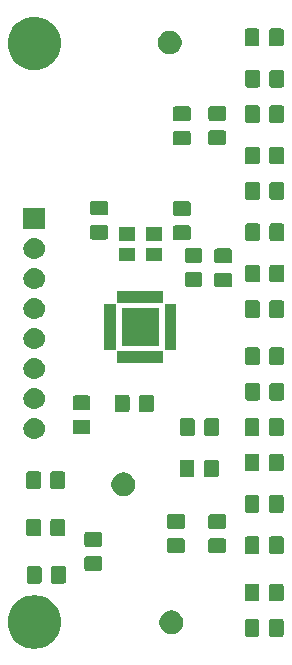
<source format=gts>
%TF.GenerationSoftware,KiCad,Pcbnew,(5.1.2)-2*%
%TF.CreationDate,2023-05-11T10:58:17+05:30*%
%TF.ProjectId,83mm,38336d6d-2e6b-4696-9361-645f70636258,rev?*%
%TF.SameCoordinates,Original*%
%TF.FileFunction,Soldermask,Top*%
%TF.FilePolarity,Negative*%
%FSLAX46Y46*%
G04 Gerber Fmt 4.6, Leading zero omitted, Abs format (unit mm)*
G04 Created by KiCad (PCBNEW (5.1.2)-2) date 2023-05-11 10:58:17*
%MOMM*%
%LPD*%
G04 APERTURE LIST*
%ADD10C,0.100000*%
G04 APERTURE END LIST*
D10*
G36*
X85825880Y-121759776D02*
G01*
X86206593Y-121835504D01*
X86616249Y-122005189D01*
X86984929Y-122251534D01*
X87298466Y-122565071D01*
X87544811Y-122933751D01*
X87714496Y-123343407D01*
X87801000Y-123778296D01*
X87801000Y-124221704D01*
X87714496Y-124656593D01*
X87544811Y-125066249D01*
X87298466Y-125434929D01*
X86984929Y-125748466D01*
X86616249Y-125994811D01*
X86206593Y-126164496D01*
X85825880Y-126240224D01*
X85771705Y-126251000D01*
X85328295Y-126251000D01*
X85274120Y-126240224D01*
X84893407Y-126164496D01*
X84483751Y-125994811D01*
X84115071Y-125748466D01*
X83801534Y-125434929D01*
X83555189Y-125066249D01*
X83385504Y-124656593D01*
X83299000Y-124221704D01*
X83299000Y-123778296D01*
X83385504Y-123343407D01*
X83555189Y-122933751D01*
X83801534Y-122565071D01*
X84115071Y-122251534D01*
X84483751Y-122005189D01*
X84893407Y-121835504D01*
X85274120Y-121759776D01*
X85328295Y-121749000D01*
X85771705Y-121749000D01*
X85825880Y-121759776D01*
X85825880Y-121759776D01*
G37*
G36*
X106513674Y-123753465D02*
G01*
X106551367Y-123764899D01*
X106586103Y-123783466D01*
X106616548Y-123808452D01*
X106641534Y-123838897D01*
X106660101Y-123873633D01*
X106671535Y-123911326D01*
X106676000Y-123956661D01*
X106676000Y-125043339D01*
X106671535Y-125088674D01*
X106660101Y-125126367D01*
X106641534Y-125161103D01*
X106616548Y-125191548D01*
X106586103Y-125216534D01*
X106551367Y-125235101D01*
X106513674Y-125246535D01*
X106468339Y-125251000D01*
X105631661Y-125251000D01*
X105586326Y-125246535D01*
X105548633Y-125235101D01*
X105513897Y-125216534D01*
X105483452Y-125191548D01*
X105458466Y-125161103D01*
X105439899Y-125126367D01*
X105428465Y-125088674D01*
X105424000Y-125043339D01*
X105424000Y-123956661D01*
X105428465Y-123911326D01*
X105439899Y-123873633D01*
X105458466Y-123838897D01*
X105483452Y-123808452D01*
X105513897Y-123783466D01*
X105548633Y-123764899D01*
X105586326Y-123753465D01*
X105631661Y-123749000D01*
X106468339Y-123749000D01*
X106513674Y-123753465D01*
X106513674Y-123753465D01*
G37*
G36*
X104463674Y-123753465D02*
G01*
X104501367Y-123764899D01*
X104536103Y-123783466D01*
X104566548Y-123808452D01*
X104591534Y-123838897D01*
X104610101Y-123873633D01*
X104621535Y-123911326D01*
X104626000Y-123956661D01*
X104626000Y-125043339D01*
X104621535Y-125088674D01*
X104610101Y-125126367D01*
X104591534Y-125161103D01*
X104566548Y-125191548D01*
X104536103Y-125216534D01*
X104501367Y-125235101D01*
X104463674Y-125246535D01*
X104418339Y-125251000D01*
X103581661Y-125251000D01*
X103536326Y-125246535D01*
X103498633Y-125235101D01*
X103463897Y-125216534D01*
X103433452Y-125191548D01*
X103408466Y-125161103D01*
X103389899Y-125126367D01*
X103378465Y-125088674D01*
X103374000Y-125043339D01*
X103374000Y-123956661D01*
X103378465Y-123911326D01*
X103389899Y-123873633D01*
X103408466Y-123838897D01*
X103433452Y-123808452D01*
X103463897Y-123783466D01*
X103498633Y-123764899D01*
X103536326Y-123753465D01*
X103581661Y-123749000D01*
X104418339Y-123749000D01*
X104463674Y-123753465D01*
X104463674Y-123753465D01*
G37*
G36*
X97382290Y-123041119D02*
G01*
X97446689Y-123053929D01*
X97628678Y-123129311D01*
X97792463Y-123238749D01*
X97931751Y-123378037D01*
X98041189Y-123541822D01*
X98116571Y-123723811D01*
X98155000Y-123917009D01*
X98155000Y-124113991D01*
X98116571Y-124307189D01*
X98041189Y-124489178D01*
X97931751Y-124652963D01*
X97792463Y-124792251D01*
X97628678Y-124901689D01*
X97446689Y-124977071D01*
X97382290Y-124989881D01*
X97253493Y-125015500D01*
X97056507Y-125015500D01*
X96927710Y-124989881D01*
X96863311Y-124977071D01*
X96681322Y-124901689D01*
X96517537Y-124792251D01*
X96378249Y-124652963D01*
X96268811Y-124489178D01*
X96193429Y-124307189D01*
X96155000Y-124113991D01*
X96155000Y-123917009D01*
X96193429Y-123723811D01*
X96268811Y-123541822D01*
X96378249Y-123378037D01*
X96517537Y-123238749D01*
X96681322Y-123129311D01*
X96863311Y-123053929D01*
X96927710Y-123041119D01*
X97056507Y-123015500D01*
X97253493Y-123015500D01*
X97382290Y-123041119D01*
X97382290Y-123041119D01*
G37*
G36*
X104463674Y-120753465D02*
G01*
X104501367Y-120764899D01*
X104536103Y-120783466D01*
X104566548Y-120808452D01*
X104591534Y-120838897D01*
X104610101Y-120873633D01*
X104621535Y-120911326D01*
X104626000Y-120956661D01*
X104626000Y-122043339D01*
X104621535Y-122088674D01*
X104610101Y-122126367D01*
X104591534Y-122161103D01*
X104566548Y-122191548D01*
X104536103Y-122216534D01*
X104501367Y-122235101D01*
X104463674Y-122246535D01*
X104418339Y-122251000D01*
X103581661Y-122251000D01*
X103536326Y-122246535D01*
X103498633Y-122235101D01*
X103463897Y-122216534D01*
X103433452Y-122191548D01*
X103408466Y-122161103D01*
X103389899Y-122126367D01*
X103378465Y-122088674D01*
X103374000Y-122043339D01*
X103374000Y-120956661D01*
X103378465Y-120911326D01*
X103389899Y-120873633D01*
X103408466Y-120838897D01*
X103433452Y-120808452D01*
X103463897Y-120783466D01*
X103498633Y-120764899D01*
X103536326Y-120753465D01*
X103581661Y-120749000D01*
X104418339Y-120749000D01*
X104463674Y-120753465D01*
X104463674Y-120753465D01*
G37*
G36*
X106513674Y-120753465D02*
G01*
X106551367Y-120764899D01*
X106586103Y-120783466D01*
X106616548Y-120808452D01*
X106641534Y-120838897D01*
X106660101Y-120873633D01*
X106671535Y-120911326D01*
X106676000Y-120956661D01*
X106676000Y-122043339D01*
X106671535Y-122088674D01*
X106660101Y-122126367D01*
X106641534Y-122161103D01*
X106616548Y-122191548D01*
X106586103Y-122216534D01*
X106551367Y-122235101D01*
X106513674Y-122246535D01*
X106468339Y-122251000D01*
X105631661Y-122251000D01*
X105586326Y-122246535D01*
X105548633Y-122235101D01*
X105513897Y-122216534D01*
X105483452Y-122191548D01*
X105458466Y-122161103D01*
X105439899Y-122126367D01*
X105428465Y-122088674D01*
X105424000Y-122043339D01*
X105424000Y-120956661D01*
X105428465Y-120911326D01*
X105439899Y-120873633D01*
X105458466Y-120838897D01*
X105483452Y-120808452D01*
X105513897Y-120783466D01*
X105548633Y-120764899D01*
X105586326Y-120753465D01*
X105631661Y-120749000D01*
X106468339Y-120749000D01*
X106513674Y-120753465D01*
X106513674Y-120753465D01*
G37*
G36*
X86013674Y-119253465D02*
G01*
X86051367Y-119264899D01*
X86086103Y-119283466D01*
X86116548Y-119308452D01*
X86141534Y-119338897D01*
X86160101Y-119373633D01*
X86171535Y-119411326D01*
X86176000Y-119456661D01*
X86176000Y-120543339D01*
X86171535Y-120588674D01*
X86160101Y-120626367D01*
X86141534Y-120661103D01*
X86116548Y-120691548D01*
X86086103Y-120716534D01*
X86051367Y-120735101D01*
X86013674Y-120746535D01*
X85968339Y-120751000D01*
X85131661Y-120751000D01*
X85086326Y-120746535D01*
X85048633Y-120735101D01*
X85013897Y-120716534D01*
X84983452Y-120691548D01*
X84958466Y-120661103D01*
X84939899Y-120626367D01*
X84928465Y-120588674D01*
X84924000Y-120543339D01*
X84924000Y-119456661D01*
X84928465Y-119411326D01*
X84939899Y-119373633D01*
X84958466Y-119338897D01*
X84983452Y-119308452D01*
X85013897Y-119283466D01*
X85048633Y-119264899D01*
X85086326Y-119253465D01*
X85131661Y-119249000D01*
X85968339Y-119249000D01*
X86013674Y-119253465D01*
X86013674Y-119253465D01*
G37*
G36*
X88063674Y-119253465D02*
G01*
X88101367Y-119264899D01*
X88136103Y-119283466D01*
X88166548Y-119308452D01*
X88191534Y-119338897D01*
X88210101Y-119373633D01*
X88221535Y-119411326D01*
X88226000Y-119456661D01*
X88226000Y-120543339D01*
X88221535Y-120588674D01*
X88210101Y-120626367D01*
X88191534Y-120661103D01*
X88166548Y-120691548D01*
X88136103Y-120716534D01*
X88101367Y-120735101D01*
X88063674Y-120746535D01*
X88018339Y-120751000D01*
X87181661Y-120751000D01*
X87136326Y-120746535D01*
X87098633Y-120735101D01*
X87063897Y-120716534D01*
X87033452Y-120691548D01*
X87008466Y-120661103D01*
X86989899Y-120626367D01*
X86978465Y-120588674D01*
X86974000Y-120543339D01*
X86974000Y-119456661D01*
X86978465Y-119411326D01*
X86989899Y-119373633D01*
X87008466Y-119338897D01*
X87033452Y-119308452D01*
X87063897Y-119283466D01*
X87098633Y-119264899D01*
X87136326Y-119253465D01*
X87181661Y-119249000D01*
X88018339Y-119249000D01*
X88063674Y-119253465D01*
X88063674Y-119253465D01*
G37*
G36*
X91138674Y-118428465D02*
G01*
X91176367Y-118439899D01*
X91211103Y-118458466D01*
X91241548Y-118483452D01*
X91266534Y-118513897D01*
X91285101Y-118548633D01*
X91296535Y-118586326D01*
X91301000Y-118631661D01*
X91301000Y-119468339D01*
X91296535Y-119513674D01*
X91285101Y-119551367D01*
X91266534Y-119586103D01*
X91241548Y-119616548D01*
X91211103Y-119641534D01*
X91176367Y-119660101D01*
X91138674Y-119671535D01*
X91093339Y-119676000D01*
X90006661Y-119676000D01*
X89961326Y-119671535D01*
X89923633Y-119660101D01*
X89888897Y-119641534D01*
X89858452Y-119616548D01*
X89833466Y-119586103D01*
X89814899Y-119551367D01*
X89803465Y-119513674D01*
X89799000Y-119468339D01*
X89799000Y-118631661D01*
X89803465Y-118586326D01*
X89814899Y-118548633D01*
X89833466Y-118513897D01*
X89858452Y-118483452D01*
X89888897Y-118458466D01*
X89923633Y-118439899D01*
X89961326Y-118428465D01*
X90006661Y-118424000D01*
X91093339Y-118424000D01*
X91138674Y-118428465D01*
X91138674Y-118428465D01*
G37*
G36*
X104463674Y-116753465D02*
G01*
X104501367Y-116764899D01*
X104536103Y-116783466D01*
X104566548Y-116808452D01*
X104591534Y-116838897D01*
X104610101Y-116873633D01*
X104621535Y-116911326D01*
X104626000Y-116956661D01*
X104626000Y-118043339D01*
X104621535Y-118088674D01*
X104610101Y-118126367D01*
X104591534Y-118161103D01*
X104566548Y-118191548D01*
X104536103Y-118216534D01*
X104501367Y-118235101D01*
X104463674Y-118246535D01*
X104418339Y-118251000D01*
X103581661Y-118251000D01*
X103536326Y-118246535D01*
X103498633Y-118235101D01*
X103463897Y-118216534D01*
X103433452Y-118191548D01*
X103408466Y-118161103D01*
X103389899Y-118126367D01*
X103378465Y-118088674D01*
X103374000Y-118043339D01*
X103374000Y-116956661D01*
X103378465Y-116911326D01*
X103389899Y-116873633D01*
X103408466Y-116838897D01*
X103433452Y-116808452D01*
X103463897Y-116783466D01*
X103498633Y-116764899D01*
X103536326Y-116753465D01*
X103581661Y-116749000D01*
X104418339Y-116749000D01*
X104463674Y-116753465D01*
X104463674Y-116753465D01*
G37*
G36*
X106513674Y-116753465D02*
G01*
X106551367Y-116764899D01*
X106586103Y-116783466D01*
X106616548Y-116808452D01*
X106641534Y-116838897D01*
X106660101Y-116873633D01*
X106671535Y-116911326D01*
X106676000Y-116956661D01*
X106676000Y-118043339D01*
X106671535Y-118088674D01*
X106660101Y-118126367D01*
X106641534Y-118161103D01*
X106616548Y-118191548D01*
X106586103Y-118216534D01*
X106551367Y-118235101D01*
X106513674Y-118246535D01*
X106468339Y-118251000D01*
X105631661Y-118251000D01*
X105586326Y-118246535D01*
X105548633Y-118235101D01*
X105513897Y-118216534D01*
X105483452Y-118191548D01*
X105458466Y-118161103D01*
X105439899Y-118126367D01*
X105428465Y-118088674D01*
X105424000Y-118043339D01*
X105424000Y-116956661D01*
X105428465Y-116911326D01*
X105439899Y-116873633D01*
X105458466Y-116838897D01*
X105483452Y-116808452D01*
X105513897Y-116783466D01*
X105548633Y-116764899D01*
X105586326Y-116753465D01*
X105631661Y-116749000D01*
X106468339Y-116749000D01*
X106513674Y-116753465D01*
X106513674Y-116753465D01*
G37*
G36*
X101638674Y-116928465D02*
G01*
X101676367Y-116939899D01*
X101711103Y-116958466D01*
X101741548Y-116983452D01*
X101766534Y-117013897D01*
X101785101Y-117048633D01*
X101796535Y-117086326D01*
X101801000Y-117131661D01*
X101801000Y-117968339D01*
X101796535Y-118013674D01*
X101785101Y-118051367D01*
X101766534Y-118086103D01*
X101741548Y-118116548D01*
X101711103Y-118141534D01*
X101676367Y-118160101D01*
X101638674Y-118171535D01*
X101593339Y-118176000D01*
X100506661Y-118176000D01*
X100461326Y-118171535D01*
X100423633Y-118160101D01*
X100388897Y-118141534D01*
X100358452Y-118116548D01*
X100333466Y-118086103D01*
X100314899Y-118051367D01*
X100303465Y-118013674D01*
X100299000Y-117968339D01*
X100299000Y-117131661D01*
X100303465Y-117086326D01*
X100314899Y-117048633D01*
X100333466Y-117013897D01*
X100358452Y-116983452D01*
X100388897Y-116958466D01*
X100423633Y-116939899D01*
X100461326Y-116928465D01*
X100506661Y-116924000D01*
X101593339Y-116924000D01*
X101638674Y-116928465D01*
X101638674Y-116928465D01*
G37*
G36*
X98138674Y-116903465D02*
G01*
X98176367Y-116914899D01*
X98211103Y-116933466D01*
X98241548Y-116958452D01*
X98266534Y-116988897D01*
X98285101Y-117023633D01*
X98296535Y-117061326D01*
X98301000Y-117106661D01*
X98301000Y-117943339D01*
X98296535Y-117988674D01*
X98285101Y-118026367D01*
X98266534Y-118061103D01*
X98241548Y-118091548D01*
X98211103Y-118116534D01*
X98176367Y-118135101D01*
X98138674Y-118146535D01*
X98093339Y-118151000D01*
X97006661Y-118151000D01*
X96961326Y-118146535D01*
X96923633Y-118135101D01*
X96888897Y-118116534D01*
X96858452Y-118091548D01*
X96833466Y-118061103D01*
X96814899Y-118026367D01*
X96803465Y-117988674D01*
X96799000Y-117943339D01*
X96799000Y-117106661D01*
X96803465Y-117061326D01*
X96814899Y-117023633D01*
X96833466Y-116988897D01*
X96858452Y-116958452D01*
X96888897Y-116933466D01*
X96923633Y-116914899D01*
X96961326Y-116903465D01*
X97006661Y-116899000D01*
X98093339Y-116899000D01*
X98138674Y-116903465D01*
X98138674Y-116903465D01*
G37*
G36*
X91138674Y-116378465D02*
G01*
X91176367Y-116389899D01*
X91211103Y-116408466D01*
X91241548Y-116433452D01*
X91266534Y-116463897D01*
X91285101Y-116498633D01*
X91296535Y-116536326D01*
X91301000Y-116581661D01*
X91301000Y-117418339D01*
X91296535Y-117463674D01*
X91285101Y-117501367D01*
X91266534Y-117536103D01*
X91241548Y-117566548D01*
X91211103Y-117591534D01*
X91176367Y-117610101D01*
X91138674Y-117621535D01*
X91093339Y-117626000D01*
X90006661Y-117626000D01*
X89961326Y-117621535D01*
X89923633Y-117610101D01*
X89888897Y-117591534D01*
X89858452Y-117566548D01*
X89833466Y-117536103D01*
X89814899Y-117501367D01*
X89803465Y-117463674D01*
X89799000Y-117418339D01*
X89799000Y-116581661D01*
X89803465Y-116536326D01*
X89814899Y-116498633D01*
X89833466Y-116463897D01*
X89858452Y-116433452D01*
X89888897Y-116408466D01*
X89923633Y-116389899D01*
X89961326Y-116378465D01*
X90006661Y-116374000D01*
X91093339Y-116374000D01*
X91138674Y-116378465D01*
X91138674Y-116378465D01*
G37*
G36*
X85963674Y-115253465D02*
G01*
X86001367Y-115264899D01*
X86036103Y-115283466D01*
X86066548Y-115308452D01*
X86091534Y-115338897D01*
X86110101Y-115373633D01*
X86121535Y-115411326D01*
X86126000Y-115456661D01*
X86126000Y-116543339D01*
X86121535Y-116588674D01*
X86110101Y-116626367D01*
X86091534Y-116661103D01*
X86066548Y-116691548D01*
X86036103Y-116716534D01*
X86001367Y-116735101D01*
X85963674Y-116746535D01*
X85918339Y-116751000D01*
X85081661Y-116751000D01*
X85036326Y-116746535D01*
X84998633Y-116735101D01*
X84963897Y-116716534D01*
X84933452Y-116691548D01*
X84908466Y-116661103D01*
X84889899Y-116626367D01*
X84878465Y-116588674D01*
X84874000Y-116543339D01*
X84874000Y-115456661D01*
X84878465Y-115411326D01*
X84889899Y-115373633D01*
X84908466Y-115338897D01*
X84933452Y-115308452D01*
X84963897Y-115283466D01*
X84998633Y-115264899D01*
X85036326Y-115253465D01*
X85081661Y-115249000D01*
X85918339Y-115249000D01*
X85963674Y-115253465D01*
X85963674Y-115253465D01*
G37*
G36*
X88013674Y-115253465D02*
G01*
X88051367Y-115264899D01*
X88086103Y-115283466D01*
X88116548Y-115308452D01*
X88141534Y-115338897D01*
X88160101Y-115373633D01*
X88171535Y-115411326D01*
X88176000Y-115456661D01*
X88176000Y-116543339D01*
X88171535Y-116588674D01*
X88160101Y-116626367D01*
X88141534Y-116661103D01*
X88116548Y-116691548D01*
X88086103Y-116716534D01*
X88051367Y-116735101D01*
X88013674Y-116746535D01*
X87968339Y-116751000D01*
X87131661Y-116751000D01*
X87086326Y-116746535D01*
X87048633Y-116735101D01*
X87013897Y-116716534D01*
X86983452Y-116691548D01*
X86958466Y-116661103D01*
X86939899Y-116626367D01*
X86928465Y-116588674D01*
X86924000Y-116543339D01*
X86924000Y-115456661D01*
X86928465Y-115411326D01*
X86939899Y-115373633D01*
X86958466Y-115338897D01*
X86983452Y-115308452D01*
X87013897Y-115283466D01*
X87048633Y-115264899D01*
X87086326Y-115253465D01*
X87131661Y-115249000D01*
X87968339Y-115249000D01*
X88013674Y-115253465D01*
X88013674Y-115253465D01*
G37*
G36*
X101638674Y-114878465D02*
G01*
X101676367Y-114889899D01*
X101711103Y-114908466D01*
X101741548Y-114933452D01*
X101766534Y-114963897D01*
X101785101Y-114998633D01*
X101796535Y-115036326D01*
X101801000Y-115081661D01*
X101801000Y-115918339D01*
X101796535Y-115963674D01*
X101785101Y-116001367D01*
X101766534Y-116036103D01*
X101741548Y-116066548D01*
X101711103Y-116091534D01*
X101676367Y-116110101D01*
X101638674Y-116121535D01*
X101593339Y-116126000D01*
X100506661Y-116126000D01*
X100461326Y-116121535D01*
X100423633Y-116110101D01*
X100388897Y-116091534D01*
X100358452Y-116066548D01*
X100333466Y-116036103D01*
X100314899Y-116001367D01*
X100303465Y-115963674D01*
X100299000Y-115918339D01*
X100299000Y-115081661D01*
X100303465Y-115036326D01*
X100314899Y-114998633D01*
X100333466Y-114963897D01*
X100358452Y-114933452D01*
X100388897Y-114908466D01*
X100423633Y-114889899D01*
X100461326Y-114878465D01*
X100506661Y-114874000D01*
X101593339Y-114874000D01*
X101638674Y-114878465D01*
X101638674Y-114878465D01*
G37*
G36*
X98138674Y-114853465D02*
G01*
X98176367Y-114864899D01*
X98211103Y-114883466D01*
X98241548Y-114908452D01*
X98266534Y-114938897D01*
X98285101Y-114973633D01*
X98296535Y-115011326D01*
X98301000Y-115056661D01*
X98301000Y-115893339D01*
X98296535Y-115938674D01*
X98285101Y-115976367D01*
X98266534Y-116011103D01*
X98241548Y-116041548D01*
X98211103Y-116066534D01*
X98176367Y-116085101D01*
X98138674Y-116096535D01*
X98093339Y-116101000D01*
X97006661Y-116101000D01*
X96961326Y-116096535D01*
X96923633Y-116085101D01*
X96888897Y-116066534D01*
X96858452Y-116041548D01*
X96833466Y-116011103D01*
X96814899Y-115976367D01*
X96803465Y-115938674D01*
X96799000Y-115893339D01*
X96799000Y-115056661D01*
X96803465Y-115011326D01*
X96814899Y-114973633D01*
X96833466Y-114938897D01*
X96858452Y-114908452D01*
X96888897Y-114883466D01*
X96923633Y-114864899D01*
X96961326Y-114853465D01*
X97006661Y-114849000D01*
X98093339Y-114849000D01*
X98138674Y-114853465D01*
X98138674Y-114853465D01*
G37*
G36*
X104463674Y-113253465D02*
G01*
X104501367Y-113264899D01*
X104536103Y-113283466D01*
X104566548Y-113308452D01*
X104591534Y-113338897D01*
X104610101Y-113373633D01*
X104621535Y-113411326D01*
X104626000Y-113456661D01*
X104626000Y-114543339D01*
X104621535Y-114588674D01*
X104610101Y-114626367D01*
X104591534Y-114661103D01*
X104566548Y-114691548D01*
X104536103Y-114716534D01*
X104501367Y-114735101D01*
X104463674Y-114746535D01*
X104418339Y-114751000D01*
X103581661Y-114751000D01*
X103536326Y-114746535D01*
X103498633Y-114735101D01*
X103463897Y-114716534D01*
X103433452Y-114691548D01*
X103408466Y-114661103D01*
X103389899Y-114626367D01*
X103378465Y-114588674D01*
X103374000Y-114543339D01*
X103374000Y-113456661D01*
X103378465Y-113411326D01*
X103389899Y-113373633D01*
X103408466Y-113338897D01*
X103433452Y-113308452D01*
X103463897Y-113283466D01*
X103498633Y-113264899D01*
X103536326Y-113253465D01*
X103581661Y-113249000D01*
X104418339Y-113249000D01*
X104463674Y-113253465D01*
X104463674Y-113253465D01*
G37*
G36*
X106513674Y-113253465D02*
G01*
X106551367Y-113264899D01*
X106586103Y-113283466D01*
X106616548Y-113308452D01*
X106641534Y-113338897D01*
X106660101Y-113373633D01*
X106671535Y-113411326D01*
X106676000Y-113456661D01*
X106676000Y-114543339D01*
X106671535Y-114588674D01*
X106660101Y-114626367D01*
X106641534Y-114661103D01*
X106616548Y-114691548D01*
X106586103Y-114716534D01*
X106551367Y-114735101D01*
X106513674Y-114746535D01*
X106468339Y-114751000D01*
X105631661Y-114751000D01*
X105586326Y-114746535D01*
X105548633Y-114735101D01*
X105513897Y-114716534D01*
X105483452Y-114691548D01*
X105458466Y-114661103D01*
X105439899Y-114626367D01*
X105428465Y-114588674D01*
X105424000Y-114543339D01*
X105424000Y-113456661D01*
X105428465Y-113411326D01*
X105439899Y-113373633D01*
X105458466Y-113338897D01*
X105483452Y-113308452D01*
X105513897Y-113283466D01*
X105548633Y-113264899D01*
X105586326Y-113253465D01*
X105631661Y-113249000D01*
X106468339Y-113249000D01*
X106513674Y-113253465D01*
X106513674Y-113253465D01*
G37*
G36*
X93318290Y-111357119D02*
G01*
X93382689Y-111369929D01*
X93564678Y-111445311D01*
X93728463Y-111554749D01*
X93867751Y-111694037D01*
X93977189Y-111857822D01*
X94052571Y-112039811D01*
X94091000Y-112233009D01*
X94091000Y-112429991D01*
X94052571Y-112623189D01*
X93977189Y-112805178D01*
X93867751Y-112968963D01*
X93728463Y-113108251D01*
X93564678Y-113217689D01*
X93382689Y-113293071D01*
X93318290Y-113305881D01*
X93189493Y-113331500D01*
X92992507Y-113331500D01*
X92863710Y-113305881D01*
X92799311Y-113293071D01*
X92617322Y-113217689D01*
X92453537Y-113108251D01*
X92314249Y-112968963D01*
X92204811Y-112805178D01*
X92129429Y-112623189D01*
X92091000Y-112429991D01*
X92091000Y-112233009D01*
X92129429Y-112039811D01*
X92204811Y-111857822D01*
X92314249Y-111694037D01*
X92453537Y-111554749D01*
X92617322Y-111445311D01*
X92799311Y-111369929D01*
X92863710Y-111357119D01*
X92992507Y-111331500D01*
X93189493Y-111331500D01*
X93318290Y-111357119D01*
X93318290Y-111357119D01*
G37*
G36*
X88013674Y-111253465D02*
G01*
X88051367Y-111264899D01*
X88086103Y-111283466D01*
X88116548Y-111308452D01*
X88141534Y-111338897D01*
X88160101Y-111373633D01*
X88171535Y-111411326D01*
X88176000Y-111456661D01*
X88176000Y-112543339D01*
X88171535Y-112588674D01*
X88160101Y-112626367D01*
X88141534Y-112661103D01*
X88116548Y-112691548D01*
X88086103Y-112716534D01*
X88051367Y-112735101D01*
X88013674Y-112746535D01*
X87968339Y-112751000D01*
X87131661Y-112751000D01*
X87086326Y-112746535D01*
X87048633Y-112735101D01*
X87013897Y-112716534D01*
X86983452Y-112691548D01*
X86958466Y-112661103D01*
X86939899Y-112626367D01*
X86928465Y-112588674D01*
X86924000Y-112543339D01*
X86924000Y-111456661D01*
X86928465Y-111411326D01*
X86939899Y-111373633D01*
X86958466Y-111338897D01*
X86983452Y-111308452D01*
X87013897Y-111283466D01*
X87048633Y-111264899D01*
X87086326Y-111253465D01*
X87131661Y-111249000D01*
X87968339Y-111249000D01*
X88013674Y-111253465D01*
X88013674Y-111253465D01*
G37*
G36*
X85963674Y-111253465D02*
G01*
X86001367Y-111264899D01*
X86036103Y-111283466D01*
X86066548Y-111308452D01*
X86091534Y-111338897D01*
X86110101Y-111373633D01*
X86121535Y-111411326D01*
X86126000Y-111456661D01*
X86126000Y-112543339D01*
X86121535Y-112588674D01*
X86110101Y-112626367D01*
X86091534Y-112661103D01*
X86066548Y-112691548D01*
X86036103Y-112716534D01*
X86001367Y-112735101D01*
X85963674Y-112746535D01*
X85918339Y-112751000D01*
X85081661Y-112751000D01*
X85036326Y-112746535D01*
X84998633Y-112735101D01*
X84963897Y-112716534D01*
X84933452Y-112691548D01*
X84908466Y-112661103D01*
X84889899Y-112626367D01*
X84878465Y-112588674D01*
X84874000Y-112543339D01*
X84874000Y-111456661D01*
X84878465Y-111411326D01*
X84889899Y-111373633D01*
X84908466Y-111338897D01*
X84933452Y-111308452D01*
X84963897Y-111283466D01*
X84998633Y-111264899D01*
X85036326Y-111253465D01*
X85081661Y-111249000D01*
X85918339Y-111249000D01*
X85963674Y-111253465D01*
X85963674Y-111253465D01*
G37*
G36*
X101013674Y-110253465D02*
G01*
X101051367Y-110264899D01*
X101086103Y-110283466D01*
X101116548Y-110308452D01*
X101141534Y-110338897D01*
X101160101Y-110373633D01*
X101171535Y-110411326D01*
X101176000Y-110456661D01*
X101176000Y-111543339D01*
X101171535Y-111588674D01*
X101160101Y-111626367D01*
X101141534Y-111661103D01*
X101116548Y-111691548D01*
X101086103Y-111716534D01*
X101051367Y-111735101D01*
X101013674Y-111746535D01*
X100968339Y-111751000D01*
X100131661Y-111751000D01*
X100086326Y-111746535D01*
X100048633Y-111735101D01*
X100013897Y-111716534D01*
X99983452Y-111691548D01*
X99958466Y-111661103D01*
X99939899Y-111626367D01*
X99928465Y-111588674D01*
X99924000Y-111543339D01*
X99924000Y-110456661D01*
X99928465Y-110411326D01*
X99939899Y-110373633D01*
X99958466Y-110338897D01*
X99983452Y-110308452D01*
X100013897Y-110283466D01*
X100048633Y-110264899D01*
X100086326Y-110253465D01*
X100131661Y-110249000D01*
X100968339Y-110249000D01*
X101013674Y-110253465D01*
X101013674Y-110253465D01*
G37*
G36*
X98963674Y-110253465D02*
G01*
X99001367Y-110264899D01*
X99036103Y-110283466D01*
X99066548Y-110308452D01*
X99091534Y-110338897D01*
X99110101Y-110373633D01*
X99121535Y-110411326D01*
X99126000Y-110456661D01*
X99126000Y-111543339D01*
X99121535Y-111588674D01*
X99110101Y-111626367D01*
X99091534Y-111661103D01*
X99066548Y-111691548D01*
X99036103Y-111716534D01*
X99001367Y-111735101D01*
X98963674Y-111746535D01*
X98918339Y-111751000D01*
X98081661Y-111751000D01*
X98036326Y-111746535D01*
X97998633Y-111735101D01*
X97963897Y-111716534D01*
X97933452Y-111691548D01*
X97908466Y-111661103D01*
X97889899Y-111626367D01*
X97878465Y-111588674D01*
X97874000Y-111543339D01*
X97874000Y-110456661D01*
X97878465Y-110411326D01*
X97889899Y-110373633D01*
X97908466Y-110338897D01*
X97933452Y-110308452D01*
X97963897Y-110283466D01*
X97998633Y-110264899D01*
X98036326Y-110253465D01*
X98081661Y-110249000D01*
X98918339Y-110249000D01*
X98963674Y-110253465D01*
X98963674Y-110253465D01*
G37*
G36*
X106513674Y-109753465D02*
G01*
X106551367Y-109764899D01*
X106586103Y-109783466D01*
X106616548Y-109808452D01*
X106641534Y-109838897D01*
X106660101Y-109873633D01*
X106671535Y-109911326D01*
X106676000Y-109956661D01*
X106676000Y-111043339D01*
X106671535Y-111088674D01*
X106660101Y-111126367D01*
X106641534Y-111161103D01*
X106616548Y-111191548D01*
X106586103Y-111216534D01*
X106551367Y-111235101D01*
X106513674Y-111246535D01*
X106468339Y-111251000D01*
X105631661Y-111251000D01*
X105586326Y-111246535D01*
X105548633Y-111235101D01*
X105513897Y-111216534D01*
X105483452Y-111191548D01*
X105458466Y-111161103D01*
X105439899Y-111126367D01*
X105428465Y-111088674D01*
X105424000Y-111043339D01*
X105424000Y-109956661D01*
X105428465Y-109911326D01*
X105439899Y-109873633D01*
X105458466Y-109838897D01*
X105483452Y-109808452D01*
X105513897Y-109783466D01*
X105548633Y-109764899D01*
X105586326Y-109753465D01*
X105631661Y-109749000D01*
X106468339Y-109749000D01*
X106513674Y-109753465D01*
X106513674Y-109753465D01*
G37*
G36*
X104463674Y-109753465D02*
G01*
X104501367Y-109764899D01*
X104536103Y-109783466D01*
X104566548Y-109808452D01*
X104591534Y-109838897D01*
X104610101Y-109873633D01*
X104621535Y-109911326D01*
X104626000Y-109956661D01*
X104626000Y-111043339D01*
X104621535Y-111088674D01*
X104610101Y-111126367D01*
X104591534Y-111161103D01*
X104566548Y-111191548D01*
X104536103Y-111216534D01*
X104501367Y-111235101D01*
X104463674Y-111246535D01*
X104418339Y-111251000D01*
X103581661Y-111251000D01*
X103536326Y-111246535D01*
X103498633Y-111235101D01*
X103463897Y-111216534D01*
X103433452Y-111191548D01*
X103408466Y-111161103D01*
X103389899Y-111126367D01*
X103378465Y-111088674D01*
X103374000Y-111043339D01*
X103374000Y-109956661D01*
X103378465Y-109911326D01*
X103389899Y-109873633D01*
X103408466Y-109838897D01*
X103433452Y-109808452D01*
X103463897Y-109783466D01*
X103498633Y-109764899D01*
X103536326Y-109753465D01*
X103581661Y-109749000D01*
X104418339Y-109749000D01*
X104463674Y-109753465D01*
X104463674Y-109753465D01*
G37*
G36*
X85660443Y-106725519D02*
G01*
X85726627Y-106732037D01*
X85896466Y-106783557D01*
X86052991Y-106867222D01*
X86080623Y-106889899D01*
X86190186Y-106979814D01*
X86273448Y-107081271D01*
X86302778Y-107117009D01*
X86386443Y-107273534D01*
X86437963Y-107443373D01*
X86455359Y-107620000D01*
X86437963Y-107796627D01*
X86386443Y-107966466D01*
X86302778Y-108122991D01*
X86273448Y-108158729D01*
X86190186Y-108260186D01*
X86088729Y-108343448D01*
X86052991Y-108372778D01*
X85896466Y-108456443D01*
X85726627Y-108507963D01*
X85660442Y-108514482D01*
X85594260Y-108521000D01*
X85505740Y-108521000D01*
X85439558Y-108514482D01*
X85373373Y-108507963D01*
X85203534Y-108456443D01*
X85047009Y-108372778D01*
X85011271Y-108343448D01*
X84909814Y-108260186D01*
X84826552Y-108158729D01*
X84797222Y-108122991D01*
X84713557Y-107966466D01*
X84662037Y-107796627D01*
X84644641Y-107620000D01*
X84662037Y-107443373D01*
X84713557Y-107273534D01*
X84797222Y-107117009D01*
X84826552Y-107081271D01*
X84909814Y-106979814D01*
X85019377Y-106889899D01*
X85047009Y-106867222D01*
X85203534Y-106783557D01*
X85373373Y-106732037D01*
X85439557Y-106725519D01*
X85505740Y-106719000D01*
X85594260Y-106719000D01*
X85660443Y-106725519D01*
X85660443Y-106725519D01*
G37*
G36*
X98988674Y-106753465D02*
G01*
X99026367Y-106764899D01*
X99061103Y-106783466D01*
X99091548Y-106808452D01*
X99116534Y-106838897D01*
X99135101Y-106873633D01*
X99146535Y-106911326D01*
X99151000Y-106956661D01*
X99151000Y-108043339D01*
X99146535Y-108088674D01*
X99135101Y-108126367D01*
X99116534Y-108161103D01*
X99091548Y-108191548D01*
X99061103Y-108216534D01*
X99026367Y-108235101D01*
X98988674Y-108246535D01*
X98943339Y-108251000D01*
X98106661Y-108251000D01*
X98061326Y-108246535D01*
X98023633Y-108235101D01*
X97988897Y-108216534D01*
X97958452Y-108191548D01*
X97933466Y-108161103D01*
X97914899Y-108126367D01*
X97903465Y-108088674D01*
X97899000Y-108043339D01*
X97899000Y-106956661D01*
X97903465Y-106911326D01*
X97914899Y-106873633D01*
X97933466Y-106838897D01*
X97958452Y-106808452D01*
X97988897Y-106783466D01*
X98023633Y-106764899D01*
X98061326Y-106753465D01*
X98106661Y-106749000D01*
X98943339Y-106749000D01*
X98988674Y-106753465D01*
X98988674Y-106753465D01*
G37*
G36*
X101038674Y-106753465D02*
G01*
X101076367Y-106764899D01*
X101111103Y-106783466D01*
X101141548Y-106808452D01*
X101166534Y-106838897D01*
X101185101Y-106873633D01*
X101196535Y-106911326D01*
X101201000Y-106956661D01*
X101201000Y-108043339D01*
X101196535Y-108088674D01*
X101185101Y-108126367D01*
X101166534Y-108161103D01*
X101141548Y-108191548D01*
X101111103Y-108216534D01*
X101076367Y-108235101D01*
X101038674Y-108246535D01*
X100993339Y-108251000D01*
X100156661Y-108251000D01*
X100111326Y-108246535D01*
X100073633Y-108235101D01*
X100038897Y-108216534D01*
X100008452Y-108191548D01*
X99983466Y-108161103D01*
X99964899Y-108126367D01*
X99953465Y-108088674D01*
X99949000Y-108043339D01*
X99949000Y-106956661D01*
X99953465Y-106911326D01*
X99964899Y-106873633D01*
X99983466Y-106838897D01*
X100008452Y-106808452D01*
X100038897Y-106783466D01*
X100073633Y-106764899D01*
X100111326Y-106753465D01*
X100156661Y-106749000D01*
X100993339Y-106749000D01*
X101038674Y-106753465D01*
X101038674Y-106753465D01*
G37*
G36*
X104463674Y-106753465D02*
G01*
X104501367Y-106764899D01*
X104536103Y-106783466D01*
X104566548Y-106808452D01*
X104591534Y-106838897D01*
X104610101Y-106873633D01*
X104621535Y-106911326D01*
X104626000Y-106956661D01*
X104626000Y-108043339D01*
X104621535Y-108088674D01*
X104610101Y-108126367D01*
X104591534Y-108161103D01*
X104566548Y-108191548D01*
X104536103Y-108216534D01*
X104501367Y-108235101D01*
X104463674Y-108246535D01*
X104418339Y-108251000D01*
X103581661Y-108251000D01*
X103536326Y-108246535D01*
X103498633Y-108235101D01*
X103463897Y-108216534D01*
X103433452Y-108191548D01*
X103408466Y-108161103D01*
X103389899Y-108126367D01*
X103378465Y-108088674D01*
X103374000Y-108043339D01*
X103374000Y-106956661D01*
X103378465Y-106911326D01*
X103389899Y-106873633D01*
X103408466Y-106838897D01*
X103433452Y-106808452D01*
X103463897Y-106783466D01*
X103498633Y-106764899D01*
X103536326Y-106753465D01*
X103581661Y-106749000D01*
X104418339Y-106749000D01*
X104463674Y-106753465D01*
X104463674Y-106753465D01*
G37*
G36*
X106513674Y-106753465D02*
G01*
X106551367Y-106764899D01*
X106586103Y-106783466D01*
X106616548Y-106808452D01*
X106641534Y-106838897D01*
X106660101Y-106873633D01*
X106671535Y-106911326D01*
X106676000Y-106956661D01*
X106676000Y-108043339D01*
X106671535Y-108088674D01*
X106660101Y-108126367D01*
X106641534Y-108161103D01*
X106616548Y-108191548D01*
X106586103Y-108216534D01*
X106551367Y-108235101D01*
X106513674Y-108246535D01*
X106468339Y-108251000D01*
X105631661Y-108251000D01*
X105586326Y-108246535D01*
X105548633Y-108235101D01*
X105513897Y-108216534D01*
X105483452Y-108191548D01*
X105458466Y-108161103D01*
X105439899Y-108126367D01*
X105428465Y-108088674D01*
X105424000Y-108043339D01*
X105424000Y-106956661D01*
X105428465Y-106911326D01*
X105439899Y-106873633D01*
X105458466Y-106838897D01*
X105483452Y-106808452D01*
X105513897Y-106783466D01*
X105548633Y-106764899D01*
X105586326Y-106753465D01*
X105631661Y-106749000D01*
X106468339Y-106749000D01*
X106513674Y-106753465D01*
X106513674Y-106753465D01*
G37*
G36*
X90138674Y-106878465D02*
G01*
X90176367Y-106889899D01*
X90211103Y-106908466D01*
X90241548Y-106933452D01*
X90266534Y-106963897D01*
X90285101Y-106998633D01*
X90296535Y-107036326D01*
X90301000Y-107081661D01*
X90301000Y-107918339D01*
X90296535Y-107963674D01*
X90285101Y-108001367D01*
X90266534Y-108036103D01*
X90241548Y-108066548D01*
X90211103Y-108091534D01*
X90176367Y-108110101D01*
X90138674Y-108121535D01*
X90093339Y-108126000D01*
X89006661Y-108126000D01*
X88961326Y-108121535D01*
X88923633Y-108110101D01*
X88888897Y-108091534D01*
X88858452Y-108066548D01*
X88833466Y-108036103D01*
X88814899Y-108001367D01*
X88803465Y-107963674D01*
X88799000Y-107918339D01*
X88799000Y-107081661D01*
X88803465Y-107036326D01*
X88814899Y-106998633D01*
X88833466Y-106963897D01*
X88858452Y-106933452D01*
X88888897Y-106908466D01*
X88923633Y-106889899D01*
X88961326Y-106878465D01*
X89006661Y-106874000D01*
X90093339Y-106874000D01*
X90138674Y-106878465D01*
X90138674Y-106878465D01*
G37*
G36*
X93463674Y-104753465D02*
G01*
X93501367Y-104764899D01*
X93536103Y-104783466D01*
X93566548Y-104808452D01*
X93591534Y-104838897D01*
X93610101Y-104873633D01*
X93621535Y-104911326D01*
X93626000Y-104956661D01*
X93626000Y-106043339D01*
X93621535Y-106088674D01*
X93610101Y-106126367D01*
X93591534Y-106161103D01*
X93566548Y-106191548D01*
X93536103Y-106216534D01*
X93501367Y-106235101D01*
X93463674Y-106246535D01*
X93418339Y-106251000D01*
X92581661Y-106251000D01*
X92536326Y-106246535D01*
X92498633Y-106235101D01*
X92463897Y-106216534D01*
X92433452Y-106191548D01*
X92408466Y-106161103D01*
X92389899Y-106126367D01*
X92378465Y-106088674D01*
X92374000Y-106043339D01*
X92374000Y-104956661D01*
X92378465Y-104911326D01*
X92389899Y-104873633D01*
X92408466Y-104838897D01*
X92433452Y-104808452D01*
X92463897Y-104783466D01*
X92498633Y-104764899D01*
X92536326Y-104753465D01*
X92581661Y-104749000D01*
X93418339Y-104749000D01*
X93463674Y-104753465D01*
X93463674Y-104753465D01*
G37*
G36*
X95513674Y-104753465D02*
G01*
X95551367Y-104764899D01*
X95586103Y-104783466D01*
X95616548Y-104808452D01*
X95641534Y-104838897D01*
X95660101Y-104873633D01*
X95671535Y-104911326D01*
X95676000Y-104956661D01*
X95676000Y-106043339D01*
X95671535Y-106088674D01*
X95660101Y-106126367D01*
X95641534Y-106161103D01*
X95616548Y-106191548D01*
X95586103Y-106216534D01*
X95551367Y-106235101D01*
X95513674Y-106246535D01*
X95468339Y-106251000D01*
X94631661Y-106251000D01*
X94586326Y-106246535D01*
X94548633Y-106235101D01*
X94513897Y-106216534D01*
X94483452Y-106191548D01*
X94458466Y-106161103D01*
X94439899Y-106126367D01*
X94428465Y-106088674D01*
X94424000Y-106043339D01*
X94424000Y-104956661D01*
X94428465Y-104911326D01*
X94439899Y-104873633D01*
X94458466Y-104838897D01*
X94483452Y-104808452D01*
X94513897Y-104783466D01*
X94548633Y-104764899D01*
X94586326Y-104753465D01*
X94631661Y-104749000D01*
X95468339Y-104749000D01*
X95513674Y-104753465D01*
X95513674Y-104753465D01*
G37*
G36*
X90138674Y-104828465D02*
G01*
X90176367Y-104839899D01*
X90211103Y-104858466D01*
X90241548Y-104883452D01*
X90266534Y-104913897D01*
X90285101Y-104948633D01*
X90296535Y-104986326D01*
X90301000Y-105031661D01*
X90301000Y-105868339D01*
X90296535Y-105913674D01*
X90285101Y-105951367D01*
X90266534Y-105986103D01*
X90241548Y-106016548D01*
X90211103Y-106041534D01*
X90176367Y-106060101D01*
X90138674Y-106071535D01*
X90093339Y-106076000D01*
X89006661Y-106076000D01*
X88961326Y-106071535D01*
X88923633Y-106060101D01*
X88888897Y-106041534D01*
X88858452Y-106016548D01*
X88833466Y-105986103D01*
X88814899Y-105951367D01*
X88803465Y-105913674D01*
X88799000Y-105868339D01*
X88799000Y-105031661D01*
X88803465Y-104986326D01*
X88814899Y-104948633D01*
X88833466Y-104913897D01*
X88858452Y-104883452D01*
X88888897Y-104858466D01*
X88923633Y-104839899D01*
X88961326Y-104828465D01*
X89006661Y-104824000D01*
X90093339Y-104824000D01*
X90138674Y-104828465D01*
X90138674Y-104828465D01*
G37*
G36*
X85660443Y-104185519D02*
G01*
X85726627Y-104192037D01*
X85896466Y-104243557D01*
X86052991Y-104327222D01*
X86088729Y-104356552D01*
X86190186Y-104439814D01*
X86273448Y-104541271D01*
X86302778Y-104577009D01*
X86386443Y-104733534D01*
X86437963Y-104903373D01*
X86455359Y-105080000D01*
X86437963Y-105256627D01*
X86386443Y-105426466D01*
X86302778Y-105582991D01*
X86273448Y-105618729D01*
X86190186Y-105720186D01*
X86088729Y-105803448D01*
X86052991Y-105832778D01*
X86052989Y-105832779D01*
X85901647Y-105913674D01*
X85896466Y-105916443D01*
X85726627Y-105967963D01*
X85660443Y-105974481D01*
X85594260Y-105981000D01*
X85505740Y-105981000D01*
X85439557Y-105974481D01*
X85373373Y-105967963D01*
X85203534Y-105916443D01*
X85198354Y-105913674D01*
X85047011Y-105832779D01*
X85047009Y-105832778D01*
X85011271Y-105803448D01*
X84909814Y-105720186D01*
X84826552Y-105618729D01*
X84797222Y-105582991D01*
X84713557Y-105426466D01*
X84662037Y-105256627D01*
X84644641Y-105080000D01*
X84662037Y-104903373D01*
X84713557Y-104733534D01*
X84797222Y-104577009D01*
X84826552Y-104541271D01*
X84909814Y-104439814D01*
X85011271Y-104356552D01*
X85047009Y-104327222D01*
X85203534Y-104243557D01*
X85373373Y-104192037D01*
X85439557Y-104185519D01*
X85505740Y-104179000D01*
X85594260Y-104179000D01*
X85660443Y-104185519D01*
X85660443Y-104185519D01*
G37*
G36*
X104513674Y-103753465D02*
G01*
X104551367Y-103764899D01*
X104586103Y-103783466D01*
X104616548Y-103808452D01*
X104641534Y-103838897D01*
X104660101Y-103873633D01*
X104671535Y-103911326D01*
X104676000Y-103956661D01*
X104676000Y-105043339D01*
X104671535Y-105088674D01*
X104660101Y-105126367D01*
X104641534Y-105161103D01*
X104616548Y-105191548D01*
X104586103Y-105216534D01*
X104551367Y-105235101D01*
X104513674Y-105246535D01*
X104468339Y-105251000D01*
X103631661Y-105251000D01*
X103586326Y-105246535D01*
X103548633Y-105235101D01*
X103513897Y-105216534D01*
X103483452Y-105191548D01*
X103458466Y-105161103D01*
X103439899Y-105126367D01*
X103428465Y-105088674D01*
X103424000Y-105043339D01*
X103424000Y-103956661D01*
X103428465Y-103911326D01*
X103439899Y-103873633D01*
X103458466Y-103838897D01*
X103483452Y-103808452D01*
X103513897Y-103783466D01*
X103548633Y-103764899D01*
X103586326Y-103753465D01*
X103631661Y-103749000D01*
X104468339Y-103749000D01*
X104513674Y-103753465D01*
X104513674Y-103753465D01*
G37*
G36*
X106563674Y-103753465D02*
G01*
X106601367Y-103764899D01*
X106636103Y-103783466D01*
X106666548Y-103808452D01*
X106691534Y-103838897D01*
X106710101Y-103873633D01*
X106721535Y-103911326D01*
X106726000Y-103956661D01*
X106726000Y-105043339D01*
X106721535Y-105088674D01*
X106710101Y-105126367D01*
X106691534Y-105161103D01*
X106666548Y-105191548D01*
X106636103Y-105216534D01*
X106601367Y-105235101D01*
X106563674Y-105246535D01*
X106518339Y-105251000D01*
X105681661Y-105251000D01*
X105636326Y-105246535D01*
X105598633Y-105235101D01*
X105563897Y-105216534D01*
X105533452Y-105191548D01*
X105508466Y-105161103D01*
X105489899Y-105126367D01*
X105478465Y-105088674D01*
X105474000Y-105043339D01*
X105474000Y-103956661D01*
X105478465Y-103911326D01*
X105489899Y-103873633D01*
X105508466Y-103838897D01*
X105533452Y-103808452D01*
X105563897Y-103783466D01*
X105598633Y-103764899D01*
X105636326Y-103753465D01*
X105681661Y-103749000D01*
X106518339Y-103749000D01*
X106563674Y-103753465D01*
X106563674Y-103753465D01*
G37*
G36*
X85660442Y-101645518D02*
G01*
X85726627Y-101652037D01*
X85896466Y-101703557D01*
X86052991Y-101787222D01*
X86088729Y-101816552D01*
X86190186Y-101899814D01*
X86255029Y-101978827D01*
X86302778Y-102037009D01*
X86302779Y-102037011D01*
X86385382Y-102191548D01*
X86386443Y-102193534D01*
X86437963Y-102363373D01*
X86455359Y-102540000D01*
X86437963Y-102716627D01*
X86386443Y-102886466D01*
X86302778Y-103042991D01*
X86273448Y-103078729D01*
X86190186Y-103180186D01*
X86088729Y-103263448D01*
X86052991Y-103292778D01*
X85896466Y-103376443D01*
X85726627Y-103427963D01*
X85660442Y-103434482D01*
X85594260Y-103441000D01*
X85505740Y-103441000D01*
X85439558Y-103434482D01*
X85373373Y-103427963D01*
X85203534Y-103376443D01*
X85047009Y-103292778D01*
X85011271Y-103263448D01*
X84909814Y-103180186D01*
X84826552Y-103078729D01*
X84797222Y-103042991D01*
X84713557Y-102886466D01*
X84662037Y-102716627D01*
X84644641Y-102540000D01*
X84662037Y-102363373D01*
X84713557Y-102193534D01*
X84714619Y-102191548D01*
X84797221Y-102037011D01*
X84797222Y-102037009D01*
X84844971Y-101978827D01*
X84909814Y-101899814D01*
X85011271Y-101816552D01*
X85047009Y-101787222D01*
X85203534Y-101703557D01*
X85373373Y-101652037D01*
X85439557Y-101645519D01*
X85505740Y-101639000D01*
X85594260Y-101639000D01*
X85660442Y-101645518D01*
X85660442Y-101645518D01*
G37*
G36*
X104488674Y-100753465D02*
G01*
X104526367Y-100764899D01*
X104561103Y-100783466D01*
X104591548Y-100808452D01*
X104616534Y-100838897D01*
X104635101Y-100873633D01*
X104646535Y-100911326D01*
X104651000Y-100956661D01*
X104651000Y-102043339D01*
X104646535Y-102088674D01*
X104635101Y-102126367D01*
X104616534Y-102161103D01*
X104591548Y-102191548D01*
X104561103Y-102216534D01*
X104526367Y-102235101D01*
X104488674Y-102246535D01*
X104443339Y-102251000D01*
X103606661Y-102251000D01*
X103561326Y-102246535D01*
X103523633Y-102235101D01*
X103488897Y-102216534D01*
X103458452Y-102191548D01*
X103433466Y-102161103D01*
X103414899Y-102126367D01*
X103403465Y-102088674D01*
X103399000Y-102043339D01*
X103399000Y-100956661D01*
X103403465Y-100911326D01*
X103414899Y-100873633D01*
X103433466Y-100838897D01*
X103458452Y-100808452D01*
X103488897Y-100783466D01*
X103523633Y-100764899D01*
X103561326Y-100753465D01*
X103606661Y-100749000D01*
X104443339Y-100749000D01*
X104488674Y-100753465D01*
X104488674Y-100753465D01*
G37*
G36*
X106538674Y-100753465D02*
G01*
X106576367Y-100764899D01*
X106611103Y-100783466D01*
X106641548Y-100808452D01*
X106666534Y-100838897D01*
X106685101Y-100873633D01*
X106696535Y-100911326D01*
X106701000Y-100956661D01*
X106701000Y-102043339D01*
X106696535Y-102088674D01*
X106685101Y-102126367D01*
X106666534Y-102161103D01*
X106641548Y-102191548D01*
X106611103Y-102216534D01*
X106576367Y-102235101D01*
X106538674Y-102246535D01*
X106493339Y-102251000D01*
X105656661Y-102251000D01*
X105611326Y-102246535D01*
X105573633Y-102235101D01*
X105538897Y-102216534D01*
X105508452Y-102191548D01*
X105483466Y-102161103D01*
X105464899Y-102126367D01*
X105453465Y-102088674D01*
X105449000Y-102043339D01*
X105449000Y-100956661D01*
X105453465Y-100911326D01*
X105464899Y-100873633D01*
X105483466Y-100838897D01*
X105508452Y-100808452D01*
X105538897Y-100783466D01*
X105573633Y-100764899D01*
X105611326Y-100753465D01*
X105656661Y-100749000D01*
X106493339Y-100749000D01*
X106538674Y-100753465D01*
X106538674Y-100753465D01*
G37*
G36*
X96498402Y-101046613D02*
G01*
X96496000Y-101070999D01*
X96496000Y-102051000D01*
X92604000Y-102051000D01*
X92604000Y-101070999D01*
X92601598Y-101046613D01*
X92601591Y-101046591D01*
X92601613Y-101046598D01*
X92625999Y-101049000D01*
X96474001Y-101049000D01*
X96498387Y-101046598D01*
X96498409Y-101046591D01*
X96498402Y-101046613D01*
X96498402Y-101046613D01*
G37*
G36*
X92503402Y-97051613D02*
G01*
X92501000Y-97075999D01*
X92501000Y-100924001D01*
X92503402Y-100948387D01*
X92503409Y-100948409D01*
X92503387Y-100948402D01*
X92479001Y-100946000D01*
X91499000Y-100946000D01*
X91499000Y-97054000D01*
X92479001Y-97054000D01*
X92503387Y-97051598D01*
X92503409Y-97051591D01*
X92503402Y-97051613D01*
X92503402Y-97051613D01*
G37*
G36*
X96596613Y-97051598D02*
G01*
X96620999Y-97054000D01*
X97601000Y-97054000D01*
X97601000Y-100946000D01*
X96620999Y-100946000D01*
X96596613Y-100948402D01*
X96596591Y-100948409D01*
X96596598Y-100948387D01*
X96599000Y-100924001D01*
X96599000Y-97075999D01*
X96596598Y-97051613D01*
X96596591Y-97051591D01*
X96596613Y-97051598D01*
X96596613Y-97051598D01*
G37*
G36*
X85660442Y-99105518D02*
G01*
X85726627Y-99112037D01*
X85896466Y-99163557D01*
X86052991Y-99247222D01*
X86088729Y-99276552D01*
X86190186Y-99359814D01*
X86260916Y-99446000D01*
X86302778Y-99497009D01*
X86386443Y-99653534D01*
X86437963Y-99823373D01*
X86455359Y-100000000D01*
X86437963Y-100176627D01*
X86386443Y-100346466D01*
X86302778Y-100502991D01*
X86273448Y-100538729D01*
X86190186Y-100640186D01*
X86088729Y-100723448D01*
X86052991Y-100752778D01*
X85896466Y-100836443D01*
X85726627Y-100887963D01*
X85660443Y-100894481D01*
X85594260Y-100901000D01*
X85505740Y-100901000D01*
X85439557Y-100894481D01*
X85373373Y-100887963D01*
X85203534Y-100836443D01*
X85047009Y-100752778D01*
X85011271Y-100723448D01*
X84909814Y-100640186D01*
X84826552Y-100538729D01*
X84797222Y-100502991D01*
X84713557Y-100346466D01*
X84662037Y-100176627D01*
X84644641Y-100000000D01*
X84662037Y-99823373D01*
X84713557Y-99653534D01*
X84797222Y-99497009D01*
X84839084Y-99446000D01*
X84909814Y-99359814D01*
X85011271Y-99276552D01*
X85047009Y-99247222D01*
X85203534Y-99163557D01*
X85373373Y-99112037D01*
X85439558Y-99105518D01*
X85505740Y-99099000D01*
X85594260Y-99099000D01*
X85660442Y-99105518D01*
X85660442Y-99105518D01*
G37*
G36*
X96151000Y-100601000D02*
G01*
X92949000Y-100601000D01*
X92949000Y-97399000D01*
X96151000Y-97399000D01*
X96151000Y-100601000D01*
X96151000Y-100601000D01*
G37*
G36*
X85660443Y-96565519D02*
G01*
X85726627Y-96572037D01*
X85896466Y-96623557D01*
X86052991Y-96707222D01*
X86088729Y-96736552D01*
X86190186Y-96819814D01*
X86234353Y-96873633D01*
X86302778Y-96957009D01*
X86386443Y-97113534D01*
X86437963Y-97283373D01*
X86455359Y-97460000D01*
X86437963Y-97636627D01*
X86386443Y-97806466D01*
X86302778Y-97962991D01*
X86273448Y-97998729D01*
X86190186Y-98100186D01*
X86115957Y-98161103D01*
X86052991Y-98212778D01*
X85896466Y-98296443D01*
X85726627Y-98347963D01*
X85660442Y-98354482D01*
X85594260Y-98361000D01*
X85505740Y-98361000D01*
X85439558Y-98354482D01*
X85373373Y-98347963D01*
X85203534Y-98296443D01*
X85047009Y-98212778D01*
X84984043Y-98161103D01*
X84909814Y-98100186D01*
X84826552Y-97998729D01*
X84797222Y-97962991D01*
X84713557Y-97806466D01*
X84662037Y-97636627D01*
X84644641Y-97460000D01*
X84662037Y-97283373D01*
X84713557Y-97113534D01*
X84797222Y-96957009D01*
X84865647Y-96873633D01*
X84909814Y-96819814D01*
X85011271Y-96736552D01*
X85047009Y-96707222D01*
X85203534Y-96623557D01*
X85373373Y-96572037D01*
X85439557Y-96565519D01*
X85505740Y-96559000D01*
X85594260Y-96559000D01*
X85660443Y-96565519D01*
X85660443Y-96565519D01*
G37*
G36*
X104488674Y-96753465D02*
G01*
X104526367Y-96764899D01*
X104561103Y-96783466D01*
X104591548Y-96808452D01*
X104616534Y-96838897D01*
X104635101Y-96873633D01*
X104646535Y-96911326D01*
X104651000Y-96956661D01*
X104651000Y-98043339D01*
X104646535Y-98088674D01*
X104635101Y-98126367D01*
X104616534Y-98161103D01*
X104591548Y-98191548D01*
X104561103Y-98216534D01*
X104526367Y-98235101D01*
X104488674Y-98246535D01*
X104443339Y-98251000D01*
X103606661Y-98251000D01*
X103561326Y-98246535D01*
X103523633Y-98235101D01*
X103488897Y-98216534D01*
X103458452Y-98191548D01*
X103433466Y-98161103D01*
X103414899Y-98126367D01*
X103403465Y-98088674D01*
X103399000Y-98043339D01*
X103399000Y-96956661D01*
X103403465Y-96911326D01*
X103414899Y-96873633D01*
X103433466Y-96838897D01*
X103458452Y-96808452D01*
X103488897Y-96783466D01*
X103523633Y-96764899D01*
X103561326Y-96753465D01*
X103606661Y-96749000D01*
X104443339Y-96749000D01*
X104488674Y-96753465D01*
X104488674Y-96753465D01*
G37*
G36*
X106538674Y-96753465D02*
G01*
X106576367Y-96764899D01*
X106611103Y-96783466D01*
X106641548Y-96808452D01*
X106666534Y-96838897D01*
X106685101Y-96873633D01*
X106696535Y-96911326D01*
X106701000Y-96956661D01*
X106701000Y-98043339D01*
X106696535Y-98088674D01*
X106685101Y-98126367D01*
X106666534Y-98161103D01*
X106641548Y-98191548D01*
X106611103Y-98216534D01*
X106576367Y-98235101D01*
X106538674Y-98246535D01*
X106493339Y-98251000D01*
X105656661Y-98251000D01*
X105611326Y-98246535D01*
X105573633Y-98235101D01*
X105538897Y-98216534D01*
X105508452Y-98191548D01*
X105483466Y-98161103D01*
X105464899Y-98126367D01*
X105453465Y-98088674D01*
X105449000Y-98043339D01*
X105449000Y-96956661D01*
X105453465Y-96911326D01*
X105464899Y-96873633D01*
X105483466Y-96838897D01*
X105508452Y-96808452D01*
X105538897Y-96783466D01*
X105573633Y-96764899D01*
X105611326Y-96753465D01*
X105656661Y-96749000D01*
X106493339Y-96749000D01*
X106538674Y-96753465D01*
X106538674Y-96753465D01*
G37*
G36*
X96496000Y-96929001D02*
G01*
X96498402Y-96953387D01*
X96498409Y-96953409D01*
X96498387Y-96953402D01*
X96474001Y-96951000D01*
X92625999Y-96951000D01*
X92601613Y-96953402D01*
X92601591Y-96953409D01*
X92601598Y-96953387D01*
X92604000Y-96929001D01*
X92604000Y-95949000D01*
X96496000Y-95949000D01*
X96496000Y-96929001D01*
X96496000Y-96929001D01*
G37*
G36*
X85660442Y-94025518D02*
G01*
X85726627Y-94032037D01*
X85896466Y-94083557D01*
X86052991Y-94167222D01*
X86088729Y-94196552D01*
X86190186Y-94279814D01*
X86267481Y-94374000D01*
X86302778Y-94417009D01*
X86386443Y-94573534D01*
X86437963Y-94743373D01*
X86455359Y-94920000D01*
X86437963Y-95096627D01*
X86386443Y-95266466D01*
X86302778Y-95422991D01*
X86274929Y-95456925D01*
X86190186Y-95560186D01*
X86091062Y-95641534D01*
X86052991Y-95672778D01*
X85896466Y-95756443D01*
X85726627Y-95807963D01*
X85660443Y-95814481D01*
X85594260Y-95821000D01*
X85505740Y-95821000D01*
X85439557Y-95814481D01*
X85373373Y-95807963D01*
X85203534Y-95756443D01*
X85047009Y-95672778D01*
X85008938Y-95641534D01*
X84909814Y-95560186D01*
X84825071Y-95456925D01*
X84797222Y-95422991D01*
X84713557Y-95266466D01*
X84662037Y-95096627D01*
X84644641Y-94920000D01*
X84662037Y-94743373D01*
X84713557Y-94573534D01*
X84797222Y-94417009D01*
X84832519Y-94374000D01*
X84909814Y-94279814D01*
X85011271Y-94196552D01*
X85047009Y-94167222D01*
X85203534Y-94083557D01*
X85373373Y-94032037D01*
X85439558Y-94025518D01*
X85505740Y-94019000D01*
X85594260Y-94019000D01*
X85660442Y-94025518D01*
X85660442Y-94025518D01*
G37*
G36*
X102138674Y-94428465D02*
G01*
X102176367Y-94439899D01*
X102211103Y-94458466D01*
X102241548Y-94483452D01*
X102266534Y-94513897D01*
X102285101Y-94548633D01*
X102296535Y-94586326D01*
X102301000Y-94631661D01*
X102301000Y-95468339D01*
X102296535Y-95513674D01*
X102285101Y-95551367D01*
X102266534Y-95586103D01*
X102241548Y-95616548D01*
X102211103Y-95641534D01*
X102176367Y-95660101D01*
X102138674Y-95671535D01*
X102093339Y-95676000D01*
X101006661Y-95676000D01*
X100961326Y-95671535D01*
X100923633Y-95660101D01*
X100888897Y-95641534D01*
X100858452Y-95616548D01*
X100833466Y-95586103D01*
X100814899Y-95551367D01*
X100803465Y-95513674D01*
X100799000Y-95468339D01*
X100799000Y-94631661D01*
X100803465Y-94586326D01*
X100814899Y-94548633D01*
X100833466Y-94513897D01*
X100858452Y-94483452D01*
X100888897Y-94458466D01*
X100923633Y-94439899D01*
X100961326Y-94428465D01*
X101006661Y-94424000D01*
X102093339Y-94424000D01*
X102138674Y-94428465D01*
X102138674Y-94428465D01*
G37*
G36*
X99638674Y-94378465D02*
G01*
X99676367Y-94389899D01*
X99711103Y-94408466D01*
X99741548Y-94433452D01*
X99766534Y-94463897D01*
X99785101Y-94498633D01*
X99796535Y-94536326D01*
X99801000Y-94581661D01*
X99801000Y-95418339D01*
X99796535Y-95463674D01*
X99785101Y-95501367D01*
X99766534Y-95536103D01*
X99741548Y-95566548D01*
X99711103Y-95591534D01*
X99676367Y-95610101D01*
X99638674Y-95621535D01*
X99593339Y-95626000D01*
X98506661Y-95626000D01*
X98461326Y-95621535D01*
X98423633Y-95610101D01*
X98388897Y-95591534D01*
X98358452Y-95566548D01*
X98333466Y-95536103D01*
X98314899Y-95501367D01*
X98303465Y-95463674D01*
X98299000Y-95418339D01*
X98299000Y-94581661D01*
X98303465Y-94536326D01*
X98314899Y-94498633D01*
X98333466Y-94463897D01*
X98358452Y-94433452D01*
X98388897Y-94408466D01*
X98423633Y-94389899D01*
X98461326Y-94378465D01*
X98506661Y-94374000D01*
X99593339Y-94374000D01*
X99638674Y-94378465D01*
X99638674Y-94378465D01*
G37*
G36*
X104513674Y-93753465D02*
G01*
X104551367Y-93764899D01*
X104586103Y-93783466D01*
X104616548Y-93808452D01*
X104641534Y-93838897D01*
X104660101Y-93873633D01*
X104671535Y-93911326D01*
X104676000Y-93956661D01*
X104676000Y-95043339D01*
X104671535Y-95088674D01*
X104660101Y-95126367D01*
X104641534Y-95161103D01*
X104616548Y-95191548D01*
X104586103Y-95216534D01*
X104551367Y-95235101D01*
X104513674Y-95246535D01*
X104468339Y-95251000D01*
X103631661Y-95251000D01*
X103586326Y-95246535D01*
X103548633Y-95235101D01*
X103513897Y-95216534D01*
X103483452Y-95191548D01*
X103458466Y-95161103D01*
X103439899Y-95126367D01*
X103428465Y-95088674D01*
X103424000Y-95043339D01*
X103424000Y-93956661D01*
X103428465Y-93911326D01*
X103439899Y-93873633D01*
X103458466Y-93838897D01*
X103483452Y-93808452D01*
X103513897Y-93783466D01*
X103548633Y-93764899D01*
X103586326Y-93753465D01*
X103631661Y-93749000D01*
X104468339Y-93749000D01*
X104513674Y-93753465D01*
X104513674Y-93753465D01*
G37*
G36*
X106563674Y-93753465D02*
G01*
X106601367Y-93764899D01*
X106636103Y-93783466D01*
X106666548Y-93808452D01*
X106691534Y-93838897D01*
X106710101Y-93873633D01*
X106721535Y-93911326D01*
X106726000Y-93956661D01*
X106726000Y-95043339D01*
X106721535Y-95088674D01*
X106710101Y-95126367D01*
X106691534Y-95161103D01*
X106666548Y-95191548D01*
X106636103Y-95216534D01*
X106601367Y-95235101D01*
X106563674Y-95246535D01*
X106518339Y-95251000D01*
X105681661Y-95251000D01*
X105636326Y-95246535D01*
X105598633Y-95235101D01*
X105563897Y-95216534D01*
X105533452Y-95191548D01*
X105508466Y-95161103D01*
X105489899Y-95126367D01*
X105478465Y-95088674D01*
X105474000Y-95043339D01*
X105474000Y-93956661D01*
X105478465Y-93911326D01*
X105489899Y-93873633D01*
X105508466Y-93838897D01*
X105533452Y-93808452D01*
X105563897Y-93783466D01*
X105598633Y-93764899D01*
X105636326Y-93753465D01*
X105681661Y-93749000D01*
X106518339Y-93749000D01*
X106563674Y-93753465D01*
X106563674Y-93753465D01*
G37*
G36*
X102138674Y-92378465D02*
G01*
X102176367Y-92389899D01*
X102211103Y-92408466D01*
X102241548Y-92433452D01*
X102266534Y-92463897D01*
X102285101Y-92498633D01*
X102296535Y-92536326D01*
X102301000Y-92581661D01*
X102301000Y-93418339D01*
X102296535Y-93463674D01*
X102285101Y-93501367D01*
X102266534Y-93536103D01*
X102241548Y-93566548D01*
X102211103Y-93591534D01*
X102176367Y-93610101D01*
X102138674Y-93621535D01*
X102093339Y-93626000D01*
X101006661Y-93626000D01*
X100961326Y-93621535D01*
X100923633Y-93610101D01*
X100888897Y-93591534D01*
X100858452Y-93566548D01*
X100833466Y-93536103D01*
X100814899Y-93501367D01*
X100803465Y-93463674D01*
X100799000Y-93418339D01*
X100799000Y-92581661D01*
X100803465Y-92536326D01*
X100814899Y-92498633D01*
X100833466Y-92463897D01*
X100858452Y-92433452D01*
X100888897Y-92408466D01*
X100923633Y-92389899D01*
X100961326Y-92378465D01*
X101006661Y-92374000D01*
X102093339Y-92374000D01*
X102138674Y-92378465D01*
X102138674Y-92378465D01*
G37*
G36*
X99638674Y-92328465D02*
G01*
X99676367Y-92339899D01*
X99711103Y-92358466D01*
X99741548Y-92383452D01*
X99766534Y-92413897D01*
X99785101Y-92448633D01*
X99796535Y-92486326D01*
X99801000Y-92531661D01*
X99801000Y-93368339D01*
X99796535Y-93413674D01*
X99785101Y-93451367D01*
X99766534Y-93486103D01*
X99741548Y-93516548D01*
X99711103Y-93541534D01*
X99676367Y-93560101D01*
X99638674Y-93571535D01*
X99593339Y-93576000D01*
X98506661Y-93576000D01*
X98461326Y-93571535D01*
X98423633Y-93560101D01*
X98388897Y-93541534D01*
X98358452Y-93516548D01*
X98333466Y-93486103D01*
X98314899Y-93451367D01*
X98303465Y-93413674D01*
X98299000Y-93368339D01*
X98299000Y-92531661D01*
X98303465Y-92486326D01*
X98314899Y-92448633D01*
X98333466Y-92413897D01*
X98358452Y-92383452D01*
X98388897Y-92358466D01*
X98423633Y-92339899D01*
X98461326Y-92328465D01*
X98506661Y-92324000D01*
X99593339Y-92324000D01*
X99638674Y-92328465D01*
X99638674Y-92328465D01*
G37*
G36*
X96401000Y-93451000D02*
G01*
X94999000Y-93451000D01*
X94999000Y-92299000D01*
X96401000Y-92299000D01*
X96401000Y-93451000D01*
X96401000Y-93451000D01*
G37*
G36*
X94101000Y-93451000D02*
G01*
X92699000Y-93451000D01*
X92699000Y-92299000D01*
X94101000Y-92299000D01*
X94101000Y-93451000D01*
X94101000Y-93451000D01*
G37*
G36*
X85660442Y-91485518D02*
G01*
X85726627Y-91492037D01*
X85896466Y-91543557D01*
X86052991Y-91627222D01*
X86070430Y-91641534D01*
X86190186Y-91739814D01*
X86273448Y-91841271D01*
X86302778Y-91877009D01*
X86386443Y-92033534D01*
X86437963Y-92203373D01*
X86455359Y-92380000D01*
X86437963Y-92556627D01*
X86386443Y-92726466D01*
X86302778Y-92882991D01*
X86273448Y-92918729D01*
X86190186Y-93020186D01*
X86088729Y-93103448D01*
X86052991Y-93132778D01*
X85896466Y-93216443D01*
X85726627Y-93267963D01*
X85660442Y-93274482D01*
X85594260Y-93281000D01*
X85505740Y-93281000D01*
X85439558Y-93274482D01*
X85373373Y-93267963D01*
X85203534Y-93216443D01*
X85047009Y-93132778D01*
X85011271Y-93103448D01*
X84909814Y-93020186D01*
X84826552Y-92918729D01*
X84797222Y-92882991D01*
X84713557Y-92726466D01*
X84662037Y-92556627D01*
X84644641Y-92380000D01*
X84662037Y-92203373D01*
X84713557Y-92033534D01*
X84797222Y-91877009D01*
X84826552Y-91841271D01*
X84909814Y-91739814D01*
X85029570Y-91641534D01*
X85047009Y-91627222D01*
X85203534Y-91543557D01*
X85373373Y-91492037D01*
X85439558Y-91485518D01*
X85505740Y-91479000D01*
X85594260Y-91479000D01*
X85660442Y-91485518D01*
X85660442Y-91485518D01*
G37*
G36*
X104513674Y-90253465D02*
G01*
X104551367Y-90264899D01*
X104586103Y-90283466D01*
X104616548Y-90308452D01*
X104641534Y-90338897D01*
X104660101Y-90373633D01*
X104671535Y-90411326D01*
X104676000Y-90456661D01*
X104676000Y-91543339D01*
X104671535Y-91588674D01*
X104660101Y-91626367D01*
X104641534Y-91661103D01*
X104616548Y-91691548D01*
X104586103Y-91716534D01*
X104551367Y-91735101D01*
X104513674Y-91746535D01*
X104468339Y-91751000D01*
X103631661Y-91751000D01*
X103586326Y-91746535D01*
X103548633Y-91735101D01*
X103513897Y-91716534D01*
X103483452Y-91691548D01*
X103458466Y-91661103D01*
X103439899Y-91626367D01*
X103428465Y-91588674D01*
X103424000Y-91543339D01*
X103424000Y-90456661D01*
X103428465Y-90411326D01*
X103439899Y-90373633D01*
X103458466Y-90338897D01*
X103483452Y-90308452D01*
X103513897Y-90283466D01*
X103548633Y-90264899D01*
X103586326Y-90253465D01*
X103631661Y-90249000D01*
X104468339Y-90249000D01*
X104513674Y-90253465D01*
X104513674Y-90253465D01*
G37*
G36*
X106563674Y-90253465D02*
G01*
X106601367Y-90264899D01*
X106636103Y-90283466D01*
X106666548Y-90308452D01*
X106691534Y-90338897D01*
X106710101Y-90373633D01*
X106721535Y-90411326D01*
X106726000Y-90456661D01*
X106726000Y-91543339D01*
X106721535Y-91588674D01*
X106710101Y-91626367D01*
X106691534Y-91661103D01*
X106666548Y-91691548D01*
X106636103Y-91716534D01*
X106601367Y-91735101D01*
X106563674Y-91746535D01*
X106518339Y-91751000D01*
X105681661Y-91751000D01*
X105636326Y-91746535D01*
X105598633Y-91735101D01*
X105563897Y-91716534D01*
X105533452Y-91691548D01*
X105508466Y-91661103D01*
X105489899Y-91626367D01*
X105478465Y-91588674D01*
X105474000Y-91543339D01*
X105474000Y-90456661D01*
X105478465Y-90411326D01*
X105489899Y-90373633D01*
X105508466Y-90338897D01*
X105533452Y-90308452D01*
X105563897Y-90283466D01*
X105598633Y-90264899D01*
X105636326Y-90253465D01*
X105681661Y-90249000D01*
X106518339Y-90249000D01*
X106563674Y-90253465D01*
X106563674Y-90253465D01*
G37*
G36*
X94101000Y-91701000D02*
G01*
X92699000Y-91701000D01*
X92699000Y-90549000D01*
X94101000Y-90549000D01*
X94101000Y-91701000D01*
X94101000Y-91701000D01*
G37*
G36*
X96401000Y-91701000D02*
G01*
X94999000Y-91701000D01*
X94999000Y-90549000D01*
X96401000Y-90549000D01*
X96401000Y-91701000D01*
X96401000Y-91701000D01*
G37*
G36*
X98638674Y-90428465D02*
G01*
X98676367Y-90439899D01*
X98711103Y-90458466D01*
X98741548Y-90483452D01*
X98766534Y-90513897D01*
X98785101Y-90548633D01*
X98796535Y-90586326D01*
X98801000Y-90631661D01*
X98801000Y-91468339D01*
X98796535Y-91513674D01*
X98785101Y-91551367D01*
X98766534Y-91586103D01*
X98741548Y-91616548D01*
X98711103Y-91641534D01*
X98676367Y-91660101D01*
X98638674Y-91671535D01*
X98593339Y-91676000D01*
X97506661Y-91676000D01*
X97461326Y-91671535D01*
X97423633Y-91660101D01*
X97388897Y-91641534D01*
X97358452Y-91616548D01*
X97333466Y-91586103D01*
X97314899Y-91551367D01*
X97303465Y-91513674D01*
X97299000Y-91468339D01*
X97299000Y-90631661D01*
X97303465Y-90586326D01*
X97314899Y-90548633D01*
X97333466Y-90513897D01*
X97358452Y-90483452D01*
X97388897Y-90458466D01*
X97423633Y-90439899D01*
X97461326Y-90428465D01*
X97506661Y-90424000D01*
X98593339Y-90424000D01*
X98638674Y-90428465D01*
X98638674Y-90428465D01*
G37*
G36*
X91638674Y-90378465D02*
G01*
X91676367Y-90389899D01*
X91711103Y-90408466D01*
X91741548Y-90433452D01*
X91766534Y-90463897D01*
X91785101Y-90498633D01*
X91796535Y-90536326D01*
X91801000Y-90581661D01*
X91801000Y-91418339D01*
X91796535Y-91463674D01*
X91785101Y-91501367D01*
X91766534Y-91536103D01*
X91741548Y-91566548D01*
X91711103Y-91591534D01*
X91676367Y-91610101D01*
X91638674Y-91621535D01*
X91593339Y-91626000D01*
X90506661Y-91626000D01*
X90461326Y-91621535D01*
X90423633Y-91610101D01*
X90388897Y-91591534D01*
X90358452Y-91566548D01*
X90333466Y-91536103D01*
X90314899Y-91501367D01*
X90303465Y-91463674D01*
X90299000Y-91418339D01*
X90299000Y-90581661D01*
X90303465Y-90536326D01*
X90314899Y-90498633D01*
X90333466Y-90463897D01*
X90358452Y-90433452D01*
X90388897Y-90408466D01*
X90423633Y-90389899D01*
X90461326Y-90378465D01*
X90506661Y-90374000D01*
X91593339Y-90374000D01*
X91638674Y-90378465D01*
X91638674Y-90378465D01*
G37*
G36*
X86451000Y-90741000D02*
G01*
X84649000Y-90741000D01*
X84649000Y-88939000D01*
X86451000Y-88939000D01*
X86451000Y-90741000D01*
X86451000Y-90741000D01*
G37*
G36*
X98638674Y-88378465D02*
G01*
X98676367Y-88389899D01*
X98711103Y-88408466D01*
X98741548Y-88433452D01*
X98766534Y-88463897D01*
X98785101Y-88498633D01*
X98796535Y-88536326D01*
X98801000Y-88581661D01*
X98801000Y-89418339D01*
X98796535Y-89463674D01*
X98785101Y-89501367D01*
X98766534Y-89536103D01*
X98741548Y-89566548D01*
X98711103Y-89591534D01*
X98676367Y-89610101D01*
X98638674Y-89621535D01*
X98593339Y-89626000D01*
X97506661Y-89626000D01*
X97461326Y-89621535D01*
X97423633Y-89610101D01*
X97388897Y-89591534D01*
X97358452Y-89566548D01*
X97333466Y-89536103D01*
X97314899Y-89501367D01*
X97303465Y-89463674D01*
X97299000Y-89418339D01*
X97299000Y-88581661D01*
X97303465Y-88536326D01*
X97314899Y-88498633D01*
X97333466Y-88463897D01*
X97358452Y-88433452D01*
X97388897Y-88408466D01*
X97423633Y-88389899D01*
X97461326Y-88378465D01*
X97506661Y-88374000D01*
X98593339Y-88374000D01*
X98638674Y-88378465D01*
X98638674Y-88378465D01*
G37*
G36*
X91638674Y-88328465D02*
G01*
X91676367Y-88339899D01*
X91711103Y-88358466D01*
X91741548Y-88383452D01*
X91766534Y-88413897D01*
X91785101Y-88448633D01*
X91796535Y-88486326D01*
X91801000Y-88531661D01*
X91801000Y-89368339D01*
X91796535Y-89413674D01*
X91785101Y-89451367D01*
X91766534Y-89486103D01*
X91741548Y-89516548D01*
X91711103Y-89541534D01*
X91676367Y-89560101D01*
X91638674Y-89571535D01*
X91593339Y-89576000D01*
X90506661Y-89576000D01*
X90461326Y-89571535D01*
X90423633Y-89560101D01*
X90388897Y-89541534D01*
X90358452Y-89516548D01*
X90333466Y-89486103D01*
X90314899Y-89451367D01*
X90303465Y-89413674D01*
X90299000Y-89368339D01*
X90299000Y-88531661D01*
X90303465Y-88486326D01*
X90314899Y-88448633D01*
X90333466Y-88413897D01*
X90358452Y-88383452D01*
X90388897Y-88358466D01*
X90423633Y-88339899D01*
X90461326Y-88328465D01*
X90506661Y-88324000D01*
X91593339Y-88324000D01*
X91638674Y-88328465D01*
X91638674Y-88328465D01*
G37*
G36*
X106563674Y-86753465D02*
G01*
X106601367Y-86764899D01*
X106636103Y-86783466D01*
X106666548Y-86808452D01*
X106691534Y-86838897D01*
X106710101Y-86873633D01*
X106721535Y-86911326D01*
X106726000Y-86956661D01*
X106726000Y-88043339D01*
X106721535Y-88088674D01*
X106710101Y-88126367D01*
X106691534Y-88161103D01*
X106666548Y-88191548D01*
X106636103Y-88216534D01*
X106601367Y-88235101D01*
X106563674Y-88246535D01*
X106518339Y-88251000D01*
X105681661Y-88251000D01*
X105636326Y-88246535D01*
X105598633Y-88235101D01*
X105563897Y-88216534D01*
X105533452Y-88191548D01*
X105508466Y-88161103D01*
X105489899Y-88126367D01*
X105478465Y-88088674D01*
X105474000Y-88043339D01*
X105474000Y-86956661D01*
X105478465Y-86911326D01*
X105489899Y-86873633D01*
X105508466Y-86838897D01*
X105533452Y-86808452D01*
X105563897Y-86783466D01*
X105598633Y-86764899D01*
X105636326Y-86753465D01*
X105681661Y-86749000D01*
X106518339Y-86749000D01*
X106563674Y-86753465D01*
X106563674Y-86753465D01*
G37*
G36*
X104513674Y-86753465D02*
G01*
X104551367Y-86764899D01*
X104586103Y-86783466D01*
X104616548Y-86808452D01*
X104641534Y-86838897D01*
X104660101Y-86873633D01*
X104671535Y-86911326D01*
X104676000Y-86956661D01*
X104676000Y-88043339D01*
X104671535Y-88088674D01*
X104660101Y-88126367D01*
X104641534Y-88161103D01*
X104616548Y-88191548D01*
X104586103Y-88216534D01*
X104551367Y-88235101D01*
X104513674Y-88246535D01*
X104468339Y-88251000D01*
X103631661Y-88251000D01*
X103586326Y-88246535D01*
X103548633Y-88235101D01*
X103513897Y-88216534D01*
X103483452Y-88191548D01*
X103458466Y-88161103D01*
X103439899Y-88126367D01*
X103428465Y-88088674D01*
X103424000Y-88043339D01*
X103424000Y-86956661D01*
X103428465Y-86911326D01*
X103439899Y-86873633D01*
X103458466Y-86838897D01*
X103483452Y-86808452D01*
X103513897Y-86783466D01*
X103548633Y-86764899D01*
X103586326Y-86753465D01*
X103631661Y-86749000D01*
X104468339Y-86749000D01*
X104513674Y-86753465D01*
X104513674Y-86753465D01*
G37*
G36*
X106538674Y-83753465D02*
G01*
X106576367Y-83764899D01*
X106611103Y-83783466D01*
X106641548Y-83808452D01*
X106666534Y-83838897D01*
X106685101Y-83873633D01*
X106696535Y-83911326D01*
X106701000Y-83956661D01*
X106701000Y-85043339D01*
X106696535Y-85088674D01*
X106685101Y-85126367D01*
X106666534Y-85161103D01*
X106641548Y-85191548D01*
X106611103Y-85216534D01*
X106576367Y-85235101D01*
X106538674Y-85246535D01*
X106493339Y-85251000D01*
X105656661Y-85251000D01*
X105611326Y-85246535D01*
X105573633Y-85235101D01*
X105538897Y-85216534D01*
X105508452Y-85191548D01*
X105483466Y-85161103D01*
X105464899Y-85126367D01*
X105453465Y-85088674D01*
X105449000Y-85043339D01*
X105449000Y-83956661D01*
X105453465Y-83911326D01*
X105464899Y-83873633D01*
X105483466Y-83838897D01*
X105508452Y-83808452D01*
X105538897Y-83783466D01*
X105573633Y-83764899D01*
X105611326Y-83753465D01*
X105656661Y-83749000D01*
X106493339Y-83749000D01*
X106538674Y-83753465D01*
X106538674Y-83753465D01*
G37*
G36*
X104488674Y-83753465D02*
G01*
X104526367Y-83764899D01*
X104561103Y-83783466D01*
X104591548Y-83808452D01*
X104616534Y-83838897D01*
X104635101Y-83873633D01*
X104646535Y-83911326D01*
X104651000Y-83956661D01*
X104651000Y-85043339D01*
X104646535Y-85088674D01*
X104635101Y-85126367D01*
X104616534Y-85161103D01*
X104591548Y-85191548D01*
X104561103Y-85216534D01*
X104526367Y-85235101D01*
X104488674Y-85246535D01*
X104443339Y-85251000D01*
X103606661Y-85251000D01*
X103561326Y-85246535D01*
X103523633Y-85235101D01*
X103488897Y-85216534D01*
X103458452Y-85191548D01*
X103433466Y-85161103D01*
X103414899Y-85126367D01*
X103403465Y-85088674D01*
X103399000Y-85043339D01*
X103399000Y-83956661D01*
X103403465Y-83911326D01*
X103414899Y-83873633D01*
X103433466Y-83838897D01*
X103458452Y-83808452D01*
X103488897Y-83783466D01*
X103523633Y-83764899D01*
X103561326Y-83753465D01*
X103606661Y-83749000D01*
X104443339Y-83749000D01*
X104488674Y-83753465D01*
X104488674Y-83753465D01*
G37*
G36*
X98638674Y-82403465D02*
G01*
X98676367Y-82414899D01*
X98711103Y-82433466D01*
X98741548Y-82458452D01*
X98766534Y-82488897D01*
X98785101Y-82523633D01*
X98796535Y-82561326D01*
X98801000Y-82606661D01*
X98801000Y-83443339D01*
X98796535Y-83488674D01*
X98785101Y-83526367D01*
X98766534Y-83561103D01*
X98741548Y-83591548D01*
X98711103Y-83616534D01*
X98676367Y-83635101D01*
X98638674Y-83646535D01*
X98593339Y-83651000D01*
X97506661Y-83651000D01*
X97461326Y-83646535D01*
X97423633Y-83635101D01*
X97388897Y-83616534D01*
X97358452Y-83591548D01*
X97333466Y-83561103D01*
X97314899Y-83526367D01*
X97303465Y-83488674D01*
X97299000Y-83443339D01*
X97299000Y-82606661D01*
X97303465Y-82561326D01*
X97314899Y-82523633D01*
X97333466Y-82488897D01*
X97358452Y-82458452D01*
X97388897Y-82433466D01*
X97423633Y-82414899D01*
X97461326Y-82403465D01*
X97506661Y-82399000D01*
X98593339Y-82399000D01*
X98638674Y-82403465D01*
X98638674Y-82403465D01*
G37*
G36*
X101638674Y-82378465D02*
G01*
X101676367Y-82389899D01*
X101711103Y-82408466D01*
X101741548Y-82433452D01*
X101766534Y-82463897D01*
X101785101Y-82498633D01*
X101796535Y-82536326D01*
X101801000Y-82581661D01*
X101801000Y-83418339D01*
X101796535Y-83463674D01*
X101785101Y-83501367D01*
X101766534Y-83536103D01*
X101741548Y-83566548D01*
X101711103Y-83591534D01*
X101676367Y-83610101D01*
X101638674Y-83621535D01*
X101593339Y-83626000D01*
X100506661Y-83626000D01*
X100461326Y-83621535D01*
X100423633Y-83610101D01*
X100388897Y-83591534D01*
X100358452Y-83566548D01*
X100333466Y-83536103D01*
X100314899Y-83501367D01*
X100303465Y-83463674D01*
X100299000Y-83418339D01*
X100299000Y-82581661D01*
X100303465Y-82536326D01*
X100314899Y-82498633D01*
X100333466Y-82463897D01*
X100358452Y-82433452D01*
X100388897Y-82408466D01*
X100423633Y-82389899D01*
X100461326Y-82378465D01*
X100506661Y-82374000D01*
X101593339Y-82374000D01*
X101638674Y-82378465D01*
X101638674Y-82378465D01*
G37*
G36*
X104488674Y-80253465D02*
G01*
X104526367Y-80264899D01*
X104561103Y-80283466D01*
X104591548Y-80308452D01*
X104616534Y-80338897D01*
X104635101Y-80373633D01*
X104646535Y-80411326D01*
X104651000Y-80456661D01*
X104651000Y-81543339D01*
X104646535Y-81588674D01*
X104635101Y-81626367D01*
X104616534Y-81661103D01*
X104591548Y-81691548D01*
X104561103Y-81716534D01*
X104526367Y-81735101D01*
X104488674Y-81746535D01*
X104443339Y-81751000D01*
X103606661Y-81751000D01*
X103561326Y-81746535D01*
X103523633Y-81735101D01*
X103488897Y-81716534D01*
X103458452Y-81691548D01*
X103433466Y-81661103D01*
X103414899Y-81626367D01*
X103403465Y-81588674D01*
X103399000Y-81543339D01*
X103399000Y-80456661D01*
X103403465Y-80411326D01*
X103414899Y-80373633D01*
X103433466Y-80338897D01*
X103458452Y-80308452D01*
X103488897Y-80283466D01*
X103523633Y-80264899D01*
X103561326Y-80253465D01*
X103606661Y-80249000D01*
X104443339Y-80249000D01*
X104488674Y-80253465D01*
X104488674Y-80253465D01*
G37*
G36*
X106538674Y-80253465D02*
G01*
X106576367Y-80264899D01*
X106611103Y-80283466D01*
X106641548Y-80308452D01*
X106666534Y-80338897D01*
X106685101Y-80373633D01*
X106696535Y-80411326D01*
X106701000Y-80456661D01*
X106701000Y-81543339D01*
X106696535Y-81588674D01*
X106685101Y-81626367D01*
X106666534Y-81661103D01*
X106641548Y-81691548D01*
X106611103Y-81716534D01*
X106576367Y-81735101D01*
X106538674Y-81746535D01*
X106493339Y-81751000D01*
X105656661Y-81751000D01*
X105611326Y-81746535D01*
X105573633Y-81735101D01*
X105538897Y-81716534D01*
X105508452Y-81691548D01*
X105483466Y-81661103D01*
X105464899Y-81626367D01*
X105453465Y-81588674D01*
X105449000Y-81543339D01*
X105449000Y-80456661D01*
X105453465Y-80411326D01*
X105464899Y-80373633D01*
X105483466Y-80338897D01*
X105508452Y-80308452D01*
X105538897Y-80283466D01*
X105573633Y-80264899D01*
X105611326Y-80253465D01*
X105656661Y-80249000D01*
X106493339Y-80249000D01*
X106538674Y-80253465D01*
X106538674Y-80253465D01*
G37*
G36*
X98638674Y-80353465D02*
G01*
X98676367Y-80364899D01*
X98711103Y-80383466D01*
X98741548Y-80408452D01*
X98766534Y-80438897D01*
X98785101Y-80473633D01*
X98796535Y-80511326D01*
X98801000Y-80556661D01*
X98801000Y-81393339D01*
X98796535Y-81438674D01*
X98785101Y-81476367D01*
X98766534Y-81511103D01*
X98741548Y-81541548D01*
X98711103Y-81566534D01*
X98676367Y-81585101D01*
X98638674Y-81596535D01*
X98593339Y-81601000D01*
X97506661Y-81601000D01*
X97461326Y-81596535D01*
X97423633Y-81585101D01*
X97388897Y-81566534D01*
X97358452Y-81541548D01*
X97333466Y-81511103D01*
X97314899Y-81476367D01*
X97303465Y-81438674D01*
X97299000Y-81393339D01*
X97299000Y-80556661D01*
X97303465Y-80511326D01*
X97314899Y-80473633D01*
X97333466Y-80438897D01*
X97358452Y-80408452D01*
X97388897Y-80383466D01*
X97423633Y-80364899D01*
X97461326Y-80353465D01*
X97506661Y-80349000D01*
X98593339Y-80349000D01*
X98638674Y-80353465D01*
X98638674Y-80353465D01*
G37*
G36*
X101638674Y-80328465D02*
G01*
X101676367Y-80339899D01*
X101711103Y-80358466D01*
X101741548Y-80383452D01*
X101766534Y-80413897D01*
X101785101Y-80448633D01*
X101796535Y-80486326D01*
X101801000Y-80531661D01*
X101801000Y-81368339D01*
X101796535Y-81413674D01*
X101785101Y-81451367D01*
X101766534Y-81486103D01*
X101741548Y-81516548D01*
X101711103Y-81541534D01*
X101676367Y-81560101D01*
X101638674Y-81571535D01*
X101593339Y-81576000D01*
X100506661Y-81576000D01*
X100461326Y-81571535D01*
X100423633Y-81560101D01*
X100388897Y-81541534D01*
X100358452Y-81516548D01*
X100333466Y-81486103D01*
X100314899Y-81451367D01*
X100303465Y-81413674D01*
X100299000Y-81368339D01*
X100299000Y-80531661D01*
X100303465Y-80486326D01*
X100314899Y-80448633D01*
X100333466Y-80413897D01*
X100358452Y-80383452D01*
X100388897Y-80358466D01*
X100423633Y-80339899D01*
X100461326Y-80328465D01*
X100506661Y-80324000D01*
X101593339Y-80324000D01*
X101638674Y-80328465D01*
X101638674Y-80328465D01*
G37*
G36*
X106563674Y-77253465D02*
G01*
X106601367Y-77264899D01*
X106636103Y-77283466D01*
X106666548Y-77308452D01*
X106691534Y-77338897D01*
X106710101Y-77373633D01*
X106721535Y-77411326D01*
X106726000Y-77456661D01*
X106726000Y-78543339D01*
X106721535Y-78588674D01*
X106710101Y-78626367D01*
X106691534Y-78661103D01*
X106666548Y-78691548D01*
X106636103Y-78716534D01*
X106601367Y-78735101D01*
X106563674Y-78746535D01*
X106518339Y-78751000D01*
X105681661Y-78751000D01*
X105636326Y-78746535D01*
X105598633Y-78735101D01*
X105563897Y-78716534D01*
X105533452Y-78691548D01*
X105508466Y-78661103D01*
X105489899Y-78626367D01*
X105478465Y-78588674D01*
X105474000Y-78543339D01*
X105474000Y-77456661D01*
X105478465Y-77411326D01*
X105489899Y-77373633D01*
X105508466Y-77338897D01*
X105533452Y-77308452D01*
X105563897Y-77283466D01*
X105598633Y-77264899D01*
X105636326Y-77253465D01*
X105681661Y-77249000D01*
X106518339Y-77249000D01*
X106563674Y-77253465D01*
X106563674Y-77253465D01*
G37*
G36*
X104513674Y-77253465D02*
G01*
X104551367Y-77264899D01*
X104586103Y-77283466D01*
X104616548Y-77308452D01*
X104641534Y-77338897D01*
X104660101Y-77373633D01*
X104671535Y-77411326D01*
X104676000Y-77456661D01*
X104676000Y-78543339D01*
X104671535Y-78588674D01*
X104660101Y-78626367D01*
X104641534Y-78661103D01*
X104616548Y-78691548D01*
X104586103Y-78716534D01*
X104551367Y-78735101D01*
X104513674Y-78746535D01*
X104468339Y-78751000D01*
X103631661Y-78751000D01*
X103586326Y-78746535D01*
X103548633Y-78735101D01*
X103513897Y-78716534D01*
X103483452Y-78691548D01*
X103458466Y-78661103D01*
X103439899Y-78626367D01*
X103428465Y-78588674D01*
X103424000Y-78543339D01*
X103424000Y-77456661D01*
X103428465Y-77411326D01*
X103439899Y-77373633D01*
X103458466Y-77338897D01*
X103483452Y-77308452D01*
X103513897Y-77283466D01*
X103548633Y-77264899D01*
X103586326Y-77253465D01*
X103631661Y-77249000D01*
X104468339Y-77249000D01*
X104513674Y-77253465D01*
X104513674Y-77253465D01*
G37*
G36*
X85825880Y-72759776D02*
G01*
X86206593Y-72835504D01*
X86616249Y-73005189D01*
X86984929Y-73251534D01*
X87298466Y-73565071D01*
X87544811Y-73933751D01*
X87714496Y-74343407D01*
X87801000Y-74778296D01*
X87801000Y-75221704D01*
X87714496Y-75656593D01*
X87544811Y-76066249D01*
X87298466Y-76434929D01*
X86984929Y-76748466D01*
X86616249Y-76994811D01*
X86206593Y-77164496D01*
X85825880Y-77240224D01*
X85771705Y-77251000D01*
X85328295Y-77251000D01*
X85274120Y-77240224D01*
X84893407Y-77164496D01*
X84483751Y-76994811D01*
X84115071Y-76748466D01*
X83801534Y-76434929D01*
X83555189Y-76066249D01*
X83385504Y-75656593D01*
X83299000Y-75221704D01*
X83299000Y-74778296D01*
X83385504Y-74343407D01*
X83555189Y-73933751D01*
X83801534Y-73565071D01*
X84115071Y-73251534D01*
X84483751Y-73005189D01*
X84893407Y-72835504D01*
X85274120Y-72759776D01*
X85328295Y-72749000D01*
X85771705Y-72749000D01*
X85825880Y-72759776D01*
X85825880Y-72759776D01*
G37*
G36*
X97228251Y-73950241D02*
G01*
X97319689Y-73968429D01*
X97501678Y-74043811D01*
X97665463Y-74153249D01*
X97804751Y-74292537D01*
X97914189Y-74456322D01*
X97989571Y-74638311D01*
X97989571Y-74638312D01*
X98028000Y-74831507D01*
X98028000Y-75028493D01*
X98007801Y-75130038D01*
X97989571Y-75221689D01*
X97914189Y-75403678D01*
X97804751Y-75567463D01*
X97665463Y-75706751D01*
X97501678Y-75816189D01*
X97319689Y-75891571D01*
X97255290Y-75904381D01*
X97126493Y-75930000D01*
X96929507Y-75930000D01*
X96800710Y-75904381D01*
X96736311Y-75891571D01*
X96554322Y-75816189D01*
X96390537Y-75706751D01*
X96251249Y-75567463D01*
X96141811Y-75403678D01*
X96066429Y-75221689D01*
X96048199Y-75130038D01*
X96028000Y-75028493D01*
X96028000Y-74831507D01*
X96066429Y-74638312D01*
X96066429Y-74638311D01*
X96141811Y-74456322D01*
X96251249Y-74292537D01*
X96390537Y-74153249D01*
X96554322Y-74043811D01*
X96736311Y-73968429D01*
X96827749Y-73950241D01*
X96929507Y-73930000D01*
X97126493Y-73930000D01*
X97228251Y-73950241D01*
X97228251Y-73950241D01*
G37*
G36*
X106513674Y-73753465D02*
G01*
X106551367Y-73764899D01*
X106586103Y-73783466D01*
X106616548Y-73808452D01*
X106641534Y-73838897D01*
X106660101Y-73873633D01*
X106671535Y-73911326D01*
X106676000Y-73956661D01*
X106676000Y-75043339D01*
X106671535Y-75088674D01*
X106660101Y-75126367D01*
X106641534Y-75161103D01*
X106616548Y-75191548D01*
X106586103Y-75216534D01*
X106551367Y-75235101D01*
X106513674Y-75246535D01*
X106468339Y-75251000D01*
X105631661Y-75251000D01*
X105586326Y-75246535D01*
X105548633Y-75235101D01*
X105513897Y-75216534D01*
X105483452Y-75191548D01*
X105458466Y-75161103D01*
X105439899Y-75126367D01*
X105428465Y-75088674D01*
X105424000Y-75043339D01*
X105424000Y-73956661D01*
X105428465Y-73911326D01*
X105439899Y-73873633D01*
X105458466Y-73838897D01*
X105483452Y-73808452D01*
X105513897Y-73783466D01*
X105548633Y-73764899D01*
X105586326Y-73753465D01*
X105631661Y-73749000D01*
X106468339Y-73749000D01*
X106513674Y-73753465D01*
X106513674Y-73753465D01*
G37*
G36*
X104463674Y-73753465D02*
G01*
X104501367Y-73764899D01*
X104536103Y-73783466D01*
X104566548Y-73808452D01*
X104591534Y-73838897D01*
X104610101Y-73873633D01*
X104621535Y-73911326D01*
X104626000Y-73956661D01*
X104626000Y-75043339D01*
X104621535Y-75088674D01*
X104610101Y-75126367D01*
X104591534Y-75161103D01*
X104566548Y-75191548D01*
X104536103Y-75216534D01*
X104501367Y-75235101D01*
X104463674Y-75246535D01*
X104418339Y-75251000D01*
X103581661Y-75251000D01*
X103536326Y-75246535D01*
X103498633Y-75235101D01*
X103463897Y-75216534D01*
X103433452Y-75191548D01*
X103408466Y-75161103D01*
X103389899Y-75126367D01*
X103378465Y-75088674D01*
X103374000Y-75043339D01*
X103374000Y-73956661D01*
X103378465Y-73911326D01*
X103389899Y-73873633D01*
X103408466Y-73838897D01*
X103433452Y-73808452D01*
X103463897Y-73783466D01*
X103498633Y-73764899D01*
X103536326Y-73753465D01*
X103581661Y-73749000D01*
X104418339Y-73749000D01*
X104463674Y-73753465D01*
X104463674Y-73753465D01*
G37*
M02*

</source>
